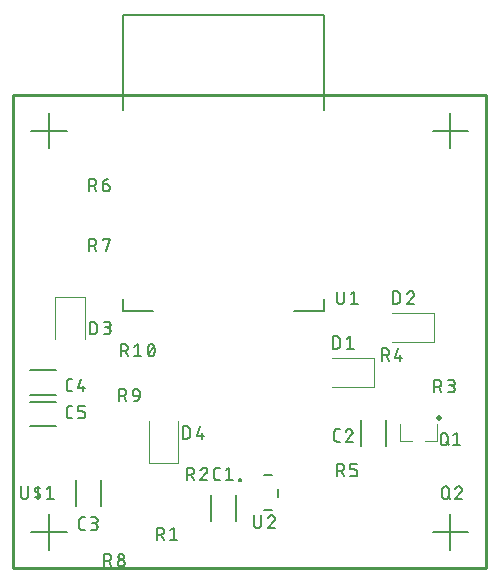
<source format=gbr>
G04 EAGLE Gerber RS-274X export*
G75*
%MOMM*%
%FSLAX34Y34*%
%LPD*%
%INSilkscreen Top*%
%IPPOS*%
%AMOC8*
5,1,8,0,0,1.08239X$1,22.5*%
G01*
G04 Define Apertures*
%ADD10C,0.152400*%
%ADD11C,0.200000*%
%ADD12C,0.203200*%
%ADD13C,0.500000*%
%ADD14C,0.120000*%
%ADD15C,0.127000*%
%ADD16C,0.254000*%
D10*
X15000Y370000D02*
X45000Y370000D01*
X30000Y355000D02*
X30000Y385000D01*
X355000Y370000D02*
X385000Y370000D01*
X370000Y355000D02*
X370000Y385000D01*
X355000Y30000D02*
X385000Y30000D01*
X370000Y15000D02*
X370000Y45000D01*
X45000Y30000D02*
X15000Y30000D01*
X30000Y15000D02*
X30000Y45000D01*
D11*
X92800Y467640D02*
X262800Y467640D01*
X92800Y227640D02*
X92800Y217640D01*
X117800Y217640D01*
X237800Y217640D02*
X262800Y217640D01*
X262800Y227640D01*
X92800Y387640D02*
X92800Y467640D01*
X262800Y467640D02*
X262800Y387640D01*
D12*
X274011Y233763D02*
X274011Y226058D01*
X274013Y225951D01*
X274019Y225844D01*
X274028Y225738D01*
X274042Y225632D01*
X274059Y225526D01*
X274080Y225421D01*
X274105Y225317D01*
X274134Y225214D01*
X274166Y225112D01*
X274202Y225011D01*
X274242Y224912D01*
X274285Y224814D01*
X274332Y224718D01*
X274382Y224623D01*
X274435Y224530D01*
X274492Y224440D01*
X274552Y224351D01*
X274615Y224265D01*
X274681Y224181D01*
X274751Y224099D01*
X274823Y224020D01*
X274898Y223944D01*
X274976Y223870D01*
X275056Y223800D01*
X275139Y223732D01*
X275224Y223667D01*
X275311Y223606D01*
X275401Y223547D01*
X275493Y223492D01*
X275586Y223440D01*
X275682Y223392D01*
X275779Y223347D01*
X275877Y223305D01*
X275977Y223268D01*
X276079Y223233D01*
X276181Y223203D01*
X276285Y223176D01*
X276389Y223153D01*
X276495Y223134D01*
X276601Y223119D01*
X276707Y223107D01*
X276814Y223099D01*
X276921Y223095D01*
X277027Y223095D01*
X277134Y223099D01*
X277241Y223107D01*
X277347Y223119D01*
X277453Y223134D01*
X277559Y223153D01*
X277663Y223176D01*
X277767Y223203D01*
X277869Y223233D01*
X277971Y223268D01*
X278071Y223305D01*
X278169Y223347D01*
X278266Y223392D01*
X278362Y223440D01*
X278456Y223492D01*
X278547Y223547D01*
X278637Y223606D01*
X278724Y223667D01*
X278809Y223732D01*
X278892Y223800D01*
X278972Y223870D01*
X279050Y223944D01*
X279125Y224020D01*
X279197Y224099D01*
X279267Y224181D01*
X279333Y224265D01*
X279396Y224351D01*
X279456Y224440D01*
X279513Y224530D01*
X279566Y224623D01*
X279616Y224718D01*
X279663Y224814D01*
X279706Y224912D01*
X279746Y225011D01*
X279782Y225112D01*
X279814Y225214D01*
X279843Y225317D01*
X279868Y225421D01*
X279889Y225526D01*
X279906Y225632D01*
X279920Y225738D01*
X279929Y225844D01*
X279935Y225951D01*
X279937Y226058D01*
X279937Y233763D01*
X285822Y231392D02*
X288785Y233763D01*
X288785Y223095D01*
X285822Y223095D02*
X291748Y223095D01*
D13*
X360564Y126340D03*
D14*
X358664Y121300D02*
X358664Y107300D01*
X348564Y107300D01*
X327136Y107300D02*
X327136Y121300D01*
X327136Y107300D02*
X337236Y107300D01*
D12*
X361632Y106693D02*
X361632Y111435D01*
X361634Y111542D01*
X361640Y111649D01*
X361649Y111755D01*
X361663Y111861D01*
X361680Y111967D01*
X361701Y112072D01*
X361726Y112176D01*
X361755Y112279D01*
X361787Y112381D01*
X361823Y112482D01*
X361863Y112581D01*
X361906Y112679D01*
X361953Y112775D01*
X362003Y112870D01*
X362056Y112963D01*
X362113Y113053D01*
X362173Y113142D01*
X362236Y113228D01*
X362302Y113312D01*
X362372Y113394D01*
X362444Y113473D01*
X362519Y113549D01*
X362597Y113623D01*
X362677Y113693D01*
X362760Y113761D01*
X362845Y113826D01*
X362932Y113887D01*
X363022Y113946D01*
X363114Y114001D01*
X363207Y114053D01*
X363303Y114101D01*
X363400Y114146D01*
X363498Y114188D01*
X363598Y114225D01*
X363700Y114260D01*
X363802Y114290D01*
X363906Y114317D01*
X364010Y114340D01*
X364116Y114359D01*
X364222Y114374D01*
X364328Y114386D01*
X364435Y114394D01*
X364542Y114398D01*
X364648Y114398D01*
X364755Y114394D01*
X364862Y114386D01*
X364968Y114374D01*
X365074Y114359D01*
X365180Y114340D01*
X365284Y114317D01*
X365388Y114290D01*
X365490Y114260D01*
X365592Y114225D01*
X365692Y114188D01*
X365790Y114146D01*
X365887Y114101D01*
X365983Y114053D01*
X366077Y114001D01*
X366168Y113946D01*
X366258Y113887D01*
X366345Y113826D01*
X366430Y113761D01*
X366513Y113693D01*
X366593Y113623D01*
X366671Y113549D01*
X366746Y113473D01*
X366818Y113394D01*
X366888Y113312D01*
X366954Y113228D01*
X367017Y113142D01*
X367077Y113053D01*
X367134Y112963D01*
X367187Y112870D01*
X367237Y112775D01*
X367284Y112679D01*
X367327Y112581D01*
X367367Y112482D01*
X367403Y112381D01*
X367435Y112279D01*
X367464Y112176D01*
X367489Y112072D01*
X367510Y111967D01*
X367527Y111861D01*
X367541Y111755D01*
X367550Y111649D01*
X367556Y111542D01*
X367558Y111435D01*
X367558Y106693D01*
X367556Y106586D01*
X367550Y106479D01*
X367541Y106373D01*
X367527Y106267D01*
X367510Y106161D01*
X367489Y106056D01*
X367464Y105952D01*
X367435Y105849D01*
X367403Y105747D01*
X367367Y105646D01*
X367327Y105547D01*
X367284Y105449D01*
X367237Y105353D01*
X367187Y105258D01*
X367134Y105165D01*
X367077Y105075D01*
X367017Y104986D01*
X366954Y104900D01*
X366888Y104816D01*
X366818Y104734D01*
X366746Y104655D01*
X366671Y104579D01*
X366593Y104505D01*
X366513Y104435D01*
X366430Y104367D01*
X366345Y104302D01*
X366258Y104241D01*
X366168Y104182D01*
X366077Y104127D01*
X365983Y104075D01*
X365887Y104027D01*
X365790Y103982D01*
X365692Y103940D01*
X365592Y103903D01*
X365490Y103868D01*
X365388Y103838D01*
X365284Y103811D01*
X365180Y103788D01*
X365074Y103769D01*
X364968Y103754D01*
X364862Y103742D01*
X364755Y103734D01*
X364648Y103730D01*
X364542Y103730D01*
X364435Y103734D01*
X364328Y103742D01*
X364222Y103754D01*
X364116Y103769D01*
X364010Y103788D01*
X363906Y103811D01*
X363802Y103838D01*
X363700Y103868D01*
X363598Y103903D01*
X363498Y103940D01*
X363400Y103982D01*
X363303Y104027D01*
X363207Y104075D01*
X363114Y104127D01*
X363022Y104182D01*
X362932Y104241D01*
X362845Y104302D01*
X362760Y104367D01*
X362677Y104435D01*
X362597Y104505D01*
X362519Y104579D01*
X362444Y104655D01*
X362372Y104734D01*
X362302Y104816D01*
X362236Y104900D01*
X362173Y104986D01*
X362113Y105075D01*
X362056Y105165D01*
X362003Y105258D01*
X361953Y105353D01*
X361906Y105449D01*
X361863Y105547D01*
X361823Y105646D01*
X361787Y105747D01*
X361755Y105849D01*
X361726Y105952D01*
X361701Y106056D01*
X361680Y106161D01*
X361663Y106267D01*
X361649Y106373D01*
X361640Y106479D01*
X361634Y106586D01*
X361632Y106693D01*
X366373Y106101D02*
X368744Y103730D01*
X372442Y112027D02*
X375405Y114398D01*
X375405Y103730D01*
X372442Y103730D02*
X378369Y103730D01*
X121666Y33884D02*
X121666Y23216D01*
X121666Y33884D02*
X124629Y33884D01*
X124736Y33882D01*
X124843Y33876D01*
X124949Y33867D01*
X125055Y33853D01*
X125161Y33836D01*
X125266Y33815D01*
X125370Y33790D01*
X125473Y33761D01*
X125575Y33729D01*
X125676Y33693D01*
X125775Y33653D01*
X125873Y33610D01*
X125969Y33563D01*
X126064Y33513D01*
X126157Y33460D01*
X126247Y33403D01*
X126336Y33343D01*
X126422Y33280D01*
X126506Y33214D01*
X126588Y33144D01*
X126667Y33072D01*
X126743Y32997D01*
X126817Y32919D01*
X126887Y32839D01*
X126955Y32756D01*
X127020Y32671D01*
X127081Y32584D01*
X127140Y32494D01*
X127195Y32402D01*
X127247Y32309D01*
X127295Y32213D01*
X127340Y32116D01*
X127382Y32018D01*
X127419Y31918D01*
X127454Y31816D01*
X127484Y31714D01*
X127511Y31610D01*
X127534Y31506D01*
X127553Y31400D01*
X127568Y31294D01*
X127580Y31188D01*
X127588Y31081D01*
X127592Y30974D01*
X127592Y30868D01*
X127588Y30761D01*
X127580Y30654D01*
X127568Y30548D01*
X127553Y30442D01*
X127534Y30336D01*
X127511Y30232D01*
X127484Y30128D01*
X127454Y30026D01*
X127419Y29924D01*
X127382Y29824D01*
X127340Y29726D01*
X127295Y29629D01*
X127247Y29533D01*
X127195Y29439D01*
X127140Y29348D01*
X127081Y29258D01*
X127020Y29171D01*
X126955Y29086D01*
X126887Y29003D01*
X126817Y28923D01*
X126743Y28845D01*
X126667Y28770D01*
X126588Y28698D01*
X126506Y28628D01*
X126422Y28562D01*
X126336Y28499D01*
X126247Y28439D01*
X126157Y28382D01*
X126064Y28329D01*
X125969Y28279D01*
X125873Y28232D01*
X125775Y28189D01*
X125676Y28149D01*
X125575Y28113D01*
X125473Y28081D01*
X125370Y28052D01*
X125266Y28027D01*
X125161Y28006D01*
X125055Y27989D01*
X124949Y27975D01*
X124843Y27966D01*
X124736Y27960D01*
X124629Y27958D01*
X124629Y27957D02*
X121666Y27957D01*
X125222Y27957D02*
X127593Y23216D01*
X132986Y31513D02*
X135949Y33884D01*
X135949Y23216D01*
X132986Y23216D02*
X138912Y23216D01*
D15*
X188267Y39800D02*
X188267Y61800D01*
X167333Y61800D02*
X167333Y39800D01*
D12*
X172420Y74016D02*
X174791Y74016D01*
X172420Y74016D02*
X172325Y74018D01*
X172229Y74024D01*
X172134Y74033D01*
X172040Y74047D01*
X171946Y74064D01*
X171853Y74085D01*
X171760Y74110D01*
X171669Y74138D01*
X171579Y74170D01*
X171491Y74206D01*
X171404Y74245D01*
X171318Y74288D01*
X171235Y74334D01*
X171153Y74383D01*
X171073Y74436D01*
X170996Y74492D01*
X170920Y74550D01*
X170848Y74612D01*
X170778Y74677D01*
X170710Y74745D01*
X170645Y74815D01*
X170583Y74887D01*
X170525Y74963D01*
X170469Y75040D01*
X170416Y75120D01*
X170367Y75202D01*
X170321Y75285D01*
X170278Y75371D01*
X170239Y75458D01*
X170203Y75546D01*
X170171Y75636D01*
X170143Y75727D01*
X170118Y75820D01*
X170097Y75913D01*
X170080Y76007D01*
X170066Y76101D01*
X170057Y76196D01*
X170051Y76292D01*
X170049Y76387D01*
X170049Y82313D01*
X170051Y82408D01*
X170057Y82504D01*
X170066Y82599D01*
X170080Y82693D01*
X170097Y82787D01*
X170118Y82880D01*
X170143Y82973D01*
X170171Y83064D01*
X170203Y83154D01*
X170239Y83242D01*
X170278Y83329D01*
X170321Y83415D01*
X170367Y83498D01*
X170416Y83580D01*
X170469Y83660D01*
X170525Y83737D01*
X170583Y83813D01*
X170645Y83885D01*
X170710Y83955D01*
X170778Y84023D01*
X170848Y84088D01*
X170920Y84150D01*
X170996Y84208D01*
X171073Y84264D01*
X171153Y84317D01*
X171234Y84366D01*
X171318Y84412D01*
X171404Y84455D01*
X171491Y84494D01*
X171579Y84530D01*
X171669Y84562D01*
X171760Y84590D01*
X171853Y84615D01*
X171946Y84636D01*
X172040Y84653D01*
X172134Y84667D01*
X172229Y84676D01*
X172324Y84682D01*
X172420Y84684D01*
X174791Y84684D01*
X179624Y82313D02*
X182587Y84684D01*
X182587Y74016D01*
X179624Y74016D02*
X185551Y74016D01*
X362966Y65871D02*
X362966Y61129D01*
X362966Y65871D02*
X362968Y65978D01*
X362974Y66085D01*
X362983Y66191D01*
X362997Y66297D01*
X363014Y66403D01*
X363035Y66508D01*
X363060Y66612D01*
X363089Y66715D01*
X363121Y66817D01*
X363157Y66918D01*
X363197Y67017D01*
X363240Y67115D01*
X363287Y67211D01*
X363337Y67306D01*
X363390Y67399D01*
X363447Y67489D01*
X363507Y67578D01*
X363570Y67664D01*
X363636Y67748D01*
X363706Y67830D01*
X363778Y67909D01*
X363853Y67985D01*
X363931Y68059D01*
X364011Y68129D01*
X364094Y68197D01*
X364179Y68262D01*
X364266Y68323D01*
X364356Y68382D01*
X364448Y68437D01*
X364541Y68489D01*
X364637Y68537D01*
X364734Y68582D01*
X364832Y68624D01*
X364932Y68661D01*
X365034Y68696D01*
X365136Y68726D01*
X365240Y68753D01*
X365344Y68776D01*
X365450Y68795D01*
X365556Y68810D01*
X365662Y68822D01*
X365769Y68830D01*
X365876Y68834D01*
X365982Y68834D01*
X366089Y68830D01*
X366196Y68822D01*
X366302Y68810D01*
X366408Y68795D01*
X366514Y68776D01*
X366618Y68753D01*
X366722Y68726D01*
X366824Y68696D01*
X366926Y68661D01*
X367026Y68624D01*
X367124Y68582D01*
X367221Y68537D01*
X367317Y68489D01*
X367411Y68437D01*
X367502Y68382D01*
X367592Y68323D01*
X367679Y68262D01*
X367764Y68197D01*
X367847Y68129D01*
X367927Y68059D01*
X368005Y67985D01*
X368080Y67909D01*
X368152Y67830D01*
X368222Y67748D01*
X368288Y67664D01*
X368351Y67578D01*
X368411Y67489D01*
X368468Y67399D01*
X368521Y67306D01*
X368571Y67211D01*
X368618Y67115D01*
X368661Y67017D01*
X368701Y66918D01*
X368737Y66817D01*
X368769Y66715D01*
X368798Y66612D01*
X368823Y66508D01*
X368844Y66403D01*
X368861Y66297D01*
X368875Y66191D01*
X368884Y66085D01*
X368890Y65978D01*
X368892Y65871D01*
X368893Y65871D02*
X368893Y61129D01*
X368892Y61129D02*
X368890Y61022D01*
X368884Y60915D01*
X368875Y60809D01*
X368861Y60703D01*
X368844Y60597D01*
X368823Y60492D01*
X368798Y60388D01*
X368769Y60285D01*
X368737Y60183D01*
X368701Y60082D01*
X368661Y59983D01*
X368618Y59885D01*
X368571Y59789D01*
X368521Y59694D01*
X368468Y59601D01*
X368411Y59511D01*
X368351Y59422D01*
X368288Y59336D01*
X368222Y59252D01*
X368152Y59170D01*
X368080Y59091D01*
X368005Y59015D01*
X367927Y58941D01*
X367847Y58871D01*
X367764Y58803D01*
X367679Y58738D01*
X367592Y58677D01*
X367502Y58618D01*
X367411Y58563D01*
X367317Y58511D01*
X367221Y58463D01*
X367124Y58418D01*
X367026Y58376D01*
X366926Y58339D01*
X366824Y58304D01*
X366722Y58274D01*
X366618Y58247D01*
X366514Y58224D01*
X366408Y58205D01*
X366302Y58190D01*
X366196Y58178D01*
X366089Y58170D01*
X365982Y58166D01*
X365876Y58166D01*
X365769Y58170D01*
X365662Y58178D01*
X365556Y58190D01*
X365450Y58205D01*
X365344Y58224D01*
X365240Y58247D01*
X365136Y58274D01*
X365034Y58304D01*
X364932Y58339D01*
X364832Y58376D01*
X364734Y58418D01*
X364637Y58463D01*
X364541Y58511D01*
X364448Y58563D01*
X364356Y58618D01*
X364266Y58677D01*
X364179Y58738D01*
X364094Y58803D01*
X364011Y58871D01*
X363931Y58941D01*
X363853Y59015D01*
X363778Y59091D01*
X363706Y59170D01*
X363636Y59252D01*
X363570Y59336D01*
X363507Y59422D01*
X363447Y59511D01*
X363390Y59601D01*
X363337Y59694D01*
X363287Y59789D01*
X363240Y59885D01*
X363197Y59983D01*
X363157Y60082D01*
X363121Y60183D01*
X363089Y60285D01*
X363060Y60388D01*
X363035Y60492D01*
X363014Y60597D01*
X362997Y60703D01*
X362983Y60809D01*
X362974Y60915D01*
X362968Y61022D01*
X362966Y61129D01*
X367707Y60537D02*
X370078Y58166D01*
X379703Y66167D02*
X379701Y66269D01*
X379695Y66371D01*
X379685Y66473D01*
X379672Y66574D01*
X379654Y66675D01*
X379633Y66775D01*
X379608Y66874D01*
X379579Y66972D01*
X379546Y67068D01*
X379510Y67164D01*
X379470Y67258D01*
X379426Y67350D01*
X379379Y67441D01*
X379328Y67530D01*
X379275Y67617D01*
X379217Y67701D01*
X379157Y67784D01*
X379094Y67864D01*
X379027Y67941D01*
X378958Y68016D01*
X378885Y68089D01*
X378810Y68158D01*
X378733Y68225D01*
X378653Y68288D01*
X378570Y68348D01*
X378486Y68406D01*
X378399Y68459D01*
X378310Y68510D01*
X378219Y68557D01*
X378127Y68601D01*
X378033Y68641D01*
X377937Y68677D01*
X377841Y68710D01*
X377743Y68739D01*
X377644Y68764D01*
X377544Y68785D01*
X377443Y68803D01*
X377342Y68816D01*
X377240Y68826D01*
X377138Y68832D01*
X377036Y68834D01*
X376920Y68832D01*
X376803Y68826D01*
X376687Y68816D01*
X376572Y68802D01*
X376457Y68785D01*
X376342Y68763D01*
X376229Y68737D01*
X376116Y68708D01*
X376004Y68675D01*
X375894Y68638D01*
X375785Y68597D01*
X375677Y68553D01*
X375571Y68505D01*
X375467Y68453D01*
X375364Y68398D01*
X375263Y68340D01*
X375165Y68278D01*
X375068Y68213D01*
X374974Y68144D01*
X374882Y68072D01*
X374793Y67998D01*
X374706Y67920D01*
X374622Y67839D01*
X374541Y67756D01*
X374463Y67670D01*
X374387Y67581D01*
X374315Y67490D01*
X374246Y67396D01*
X374180Y67300D01*
X374117Y67202D01*
X374058Y67102D01*
X374002Y67000D01*
X373950Y66896D01*
X373901Y66790D01*
X373856Y66683D01*
X373814Y66574D01*
X373777Y66464D01*
X378815Y64092D02*
X378890Y64166D01*
X378962Y64243D01*
X379031Y64323D01*
X379098Y64405D01*
X379161Y64489D01*
X379221Y64576D01*
X379278Y64664D01*
X379332Y64755D01*
X379382Y64848D01*
X379429Y64942D01*
X379472Y65038D01*
X379512Y65136D01*
X379548Y65235D01*
X379581Y65335D01*
X379609Y65437D01*
X379634Y65539D01*
X379656Y65643D01*
X379673Y65747D01*
X379687Y65851D01*
X379696Y65956D01*
X379702Y66062D01*
X379704Y66167D01*
X378814Y64093D02*
X373776Y58166D01*
X379703Y58166D01*
D11*
X190800Y74000D02*
X190802Y74063D01*
X190808Y74125D01*
X190818Y74187D01*
X190831Y74249D01*
X190849Y74309D01*
X190870Y74368D01*
X190895Y74426D01*
X190924Y74482D01*
X190956Y74536D01*
X190991Y74588D01*
X191029Y74637D01*
X191071Y74685D01*
X191115Y74729D01*
X191163Y74771D01*
X191212Y74809D01*
X191264Y74844D01*
X191318Y74876D01*
X191374Y74905D01*
X191432Y74930D01*
X191491Y74951D01*
X191551Y74969D01*
X191613Y74982D01*
X191675Y74992D01*
X191737Y74998D01*
X191800Y75000D01*
X191863Y74998D01*
X191925Y74992D01*
X191987Y74982D01*
X192049Y74969D01*
X192109Y74951D01*
X192168Y74930D01*
X192226Y74905D01*
X192282Y74876D01*
X192336Y74844D01*
X192388Y74809D01*
X192437Y74771D01*
X192485Y74729D01*
X192529Y74685D01*
X192571Y74637D01*
X192609Y74588D01*
X192644Y74536D01*
X192676Y74482D01*
X192705Y74426D01*
X192730Y74368D01*
X192751Y74309D01*
X192769Y74249D01*
X192782Y74187D01*
X192792Y74125D01*
X192798Y74063D01*
X192800Y74000D01*
X192798Y73937D01*
X192792Y73875D01*
X192782Y73813D01*
X192769Y73751D01*
X192751Y73691D01*
X192730Y73632D01*
X192705Y73574D01*
X192676Y73518D01*
X192644Y73464D01*
X192609Y73412D01*
X192571Y73363D01*
X192529Y73315D01*
X192485Y73271D01*
X192437Y73229D01*
X192388Y73191D01*
X192336Y73156D01*
X192282Y73124D01*
X192226Y73095D01*
X192168Y73070D01*
X192109Y73049D01*
X192049Y73031D01*
X191987Y73018D01*
X191925Y73008D01*
X191863Y73002D01*
X191800Y73000D01*
X191737Y73002D01*
X191675Y73008D01*
X191613Y73018D01*
X191551Y73031D01*
X191491Y73049D01*
X191432Y73070D01*
X191374Y73095D01*
X191318Y73124D01*
X191264Y73156D01*
X191212Y73191D01*
X191163Y73229D01*
X191115Y73271D01*
X191071Y73315D01*
X191029Y73363D01*
X190991Y73412D01*
X190956Y73464D01*
X190924Y73518D01*
X190895Y73574D01*
X190870Y73632D01*
X190849Y73691D01*
X190831Y73751D01*
X190818Y73813D01*
X190808Y73875D01*
X190802Y73937D01*
X190800Y74000D01*
D15*
X212600Y78000D02*
X219200Y78000D01*
X223900Y66850D02*
X223900Y60150D01*
X219200Y49000D02*
X212600Y49000D01*
D12*
X203616Y44384D02*
X203616Y36679D01*
X203618Y36572D01*
X203624Y36465D01*
X203633Y36359D01*
X203647Y36253D01*
X203664Y36147D01*
X203685Y36042D01*
X203710Y35938D01*
X203739Y35835D01*
X203771Y35733D01*
X203807Y35632D01*
X203847Y35533D01*
X203890Y35435D01*
X203937Y35339D01*
X203987Y35244D01*
X204040Y35151D01*
X204097Y35061D01*
X204157Y34972D01*
X204220Y34886D01*
X204286Y34802D01*
X204356Y34720D01*
X204428Y34641D01*
X204503Y34565D01*
X204581Y34491D01*
X204661Y34421D01*
X204744Y34353D01*
X204829Y34288D01*
X204916Y34227D01*
X205006Y34168D01*
X205098Y34113D01*
X205191Y34061D01*
X205287Y34013D01*
X205384Y33968D01*
X205482Y33926D01*
X205582Y33889D01*
X205684Y33854D01*
X205786Y33824D01*
X205890Y33797D01*
X205994Y33774D01*
X206100Y33755D01*
X206206Y33740D01*
X206312Y33728D01*
X206419Y33720D01*
X206526Y33716D01*
X206632Y33716D01*
X206739Y33720D01*
X206846Y33728D01*
X206952Y33740D01*
X207058Y33755D01*
X207164Y33774D01*
X207268Y33797D01*
X207372Y33824D01*
X207474Y33854D01*
X207576Y33889D01*
X207676Y33926D01*
X207774Y33968D01*
X207871Y34013D01*
X207967Y34061D01*
X208060Y34113D01*
X208152Y34168D01*
X208242Y34227D01*
X208329Y34288D01*
X208414Y34353D01*
X208497Y34421D01*
X208577Y34491D01*
X208655Y34565D01*
X208730Y34641D01*
X208802Y34720D01*
X208872Y34802D01*
X208938Y34886D01*
X209001Y34972D01*
X209061Y35061D01*
X209118Y35151D01*
X209171Y35244D01*
X209221Y35339D01*
X209268Y35435D01*
X209311Y35533D01*
X209351Y35632D01*
X209387Y35733D01*
X209419Y35835D01*
X209448Y35938D01*
X209473Y36042D01*
X209494Y36147D01*
X209511Y36253D01*
X209525Y36359D01*
X209534Y36465D01*
X209540Y36572D01*
X209542Y36679D01*
X209543Y36679D02*
X209543Y44384D01*
X218687Y44384D02*
X218789Y44382D01*
X218891Y44376D01*
X218993Y44366D01*
X219094Y44353D01*
X219195Y44335D01*
X219295Y44314D01*
X219394Y44289D01*
X219492Y44260D01*
X219588Y44227D01*
X219684Y44191D01*
X219778Y44151D01*
X219870Y44107D01*
X219961Y44060D01*
X220050Y44009D01*
X220137Y43956D01*
X220221Y43898D01*
X220304Y43838D01*
X220384Y43775D01*
X220461Y43708D01*
X220536Y43639D01*
X220609Y43566D01*
X220678Y43491D01*
X220745Y43414D01*
X220808Y43334D01*
X220868Y43251D01*
X220926Y43167D01*
X220979Y43080D01*
X221030Y42991D01*
X221077Y42900D01*
X221121Y42808D01*
X221161Y42714D01*
X221197Y42618D01*
X221230Y42522D01*
X221259Y42424D01*
X221284Y42325D01*
X221305Y42225D01*
X221323Y42124D01*
X221336Y42023D01*
X221346Y41921D01*
X221352Y41819D01*
X221354Y41717D01*
X218687Y44384D02*
X218571Y44382D01*
X218454Y44376D01*
X218338Y44366D01*
X218223Y44352D01*
X218108Y44335D01*
X217993Y44313D01*
X217880Y44287D01*
X217767Y44258D01*
X217655Y44225D01*
X217545Y44188D01*
X217436Y44147D01*
X217328Y44103D01*
X217222Y44055D01*
X217118Y44003D01*
X217015Y43948D01*
X216914Y43890D01*
X216816Y43828D01*
X216719Y43763D01*
X216625Y43694D01*
X216533Y43622D01*
X216444Y43548D01*
X216357Y43470D01*
X216273Y43389D01*
X216192Y43306D01*
X216114Y43220D01*
X216038Y43131D01*
X215966Y43040D01*
X215897Y42946D01*
X215831Y42850D01*
X215768Y42752D01*
X215709Y42652D01*
X215653Y42550D01*
X215601Y42446D01*
X215552Y42340D01*
X215507Y42233D01*
X215465Y42124D01*
X215428Y42014D01*
X220465Y39642D02*
X220540Y39716D01*
X220612Y39793D01*
X220681Y39873D01*
X220748Y39955D01*
X220811Y40039D01*
X220871Y40126D01*
X220928Y40214D01*
X220982Y40305D01*
X221032Y40398D01*
X221079Y40492D01*
X221122Y40588D01*
X221162Y40686D01*
X221198Y40785D01*
X221231Y40885D01*
X221259Y40987D01*
X221284Y41089D01*
X221306Y41193D01*
X221323Y41297D01*
X221337Y41401D01*
X221346Y41506D01*
X221352Y41612D01*
X221354Y41717D01*
X220465Y39643D02*
X215427Y33716D01*
X221354Y33716D01*
X147066Y74016D02*
X147066Y84684D01*
X150029Y84684D01*
X150136Y84682D01*
X150243Y84676D01*
X150349Y84667D01*
X150455Y84653D01*
X150561Y84636D01*
X150666Y84615D01*
X150770Y84590D01*
X150873Y84561D01*
X150975Y84529D01*
X151076Y84493D01*
X151175Y84453D01*
X151273Y84410D01*
X151369Y84363D01*
X151464Y84313D01*
X151557Y84260D01*
X151647Y84203D01*
X151736Y84143D01*
X151822Y84080D01*
X151906Y84014D01*
X151988Y83944D01*
X152067Y83872D01*
X152143Y83797D01*
X152217Y83719D01*
X152287Y83639D01*
X152355Y83556D01*
X152420Y83471D01*
X152481Y83384D01*
X152540Y83294D01*
X152595Y83202D01*
X152647Y83109D01*
X152695Y83013D01*
X152740Y82916D01*
X152782Y82818D01*
X152819Y82718D01*
X152854Y82616D01*
X152884Y82514D01*
X152911Y82410D01*
X152934Y82306D01*
X152953Y82200D01*
X152968Y82094D01*
X152980Y81988D01*
X152988Y81881D01*
X152992Y81774D01*
X152992Y81668D01*
X152988Y81561D01*
X152980Y81454D01*
X152968Y81348D01*
X152953Y81242D01*
X152934Y81136D01*
X152911Y81032D01*
X152884Y80928D01*
X152854Y80826D01*
X152819Y80724D01*
X152782Y80624D01*
X152740Y80526D01*
X152695Y80429D01*
X152647Y80333D01*
X152595Y80239D01*
X152540Y80148D01*
X152481Y80058D01*
X152420Y79971D01*
X152355Y79886D01*
X152287Y79803D01*
X152217Y79723D01*
X152143Y79645D01*
X152067Y79570D01*
X151988Y79498D01*
X151906Y79428D01*
X151822Y79362D01*
X151736Y79299D01*
X151647Y79239D01*
X151557Y79182D01*
X151464Y79129D01*
X151369Y79079D01*
X151273Y79032D01*
X151175Y78989D01*
X151076Y78949D01*
X150975Y78913D01*
X150873Y78881D01*
X150770Y78852D01*
X150666Y78827D01*
X150561Y78806D01*
X150455Y78789D01*
X150349Y78775D01*
X150243Y78766D01*
X150136Y78760D01*
X150029Y78758D01*
X150029Y78757D02*
X147066Y78757D01*
X150622Y78757D02*
X152993Y74016D01*
X161645Y84684D02*
X161747Y84682D01*
X161849Y84676D01*
X161951Y84666D01*
X162052Y84653D01*
X162153Y84635D01*
X162253Y84614D01*
X162352Y84589D01*
X162450Y84560D01*
X162546Y84527D01*
X162642Y84491D01*
X162736Y84451D01*
X162828Y84407D01*
X162919Y84360D01*
X163008Y84309D01*
X163095Y84256D01*
X163179Y84198D01*
X163262Y84138D01*
X163342Y84075D01*
X163419Y84008D01*
X163494Y83939D01*
X163567Y83866D01*
X163636Y83791D01*
X163703Y83714D01*
X163766Y83634D01*
X163826Y83551D01*
X163884Y83467D01*
X163937Y83380D01*
X163988Y83291D01*
X164035Y83200D01*
X164079Y83108D01*
X164119Y83014D01*
X164155Y82918D01*
X164188Y82822D01*
X164217Y82724D01*
X164242Y82625D01*
X164263Y82525D01*
X164281Y82424D01*
X164294Y82323D01*
X164304Y82221D01*
X164310Y82119D01*
X164312Y82017D01*
X161645Y84684D02*
X161529Y84682D01*
X161412Y84676D01*
X161296Y84666D01*
X161181Y84652D01*
X161066Y84635D01*
X160951Y84613D01*
X160838Y84587D01*
X160725Y84558D01*
X160613Y84525D01*
X160503Y84488D01*
X160394Y84447D01*
X160286Y84403D01*
X160180Y84355D01*
X160076Y84303D01*
X159973Y84248D01*
X159872Y84190D01*
X159774Y84128D01*
X159677Y84063D01*
X159583Y83994D01*
X159491Y83922D01*
X159402Y83848D01*
X159315Y83770D01*
X159231Y83689D01*
X159150Y83606D01*
X159072Y83520D01*
X158996Y83431D01*
X158924Y83340D01*
X158855Y83246D01*
X158789Y83150D01*
X158726Y83052D01*
X158667Y82952D01*
X158611Y82850D01*
X158559Y82746D01*
X158510Y82640D01*
X158465Y82533D01*
X158423Y82424D01*
X158386Y82314D01*
X163424Y79942D02*
X163499Y80016D01*
X163571Y80093D01*
X163640Y80173D01*
X163707Y80255D01*
X163770Y80339D01*
X163830Y80426D01*
X163887Y80514D01*
X163941Y80605D01*
X163991Y80698D01*
X164038Y80792D01*
X164081Y80888D01*
X164121Y80986D01*
X164157Y81085D01*
X164190Y81185D01*
X164218Y81287D01*
X164243Y81389D01*
X164265Y81493D01*
X164282Y81597D01*
X164296Y81701D01*
X164305Y81806D01*
X164311Y81912D01*
X164313Y82017D01*
X163423Y79943D02*
X158386Y74016D01*
X164312Y74016D01*
X356388Y148316D02*
X356388Y158984D01*
X359351Y158984D01*
X359458Y158982D01*
X359565Y158976D01*
X359671Y158967D01*
X359777Y158953D01*
X359883Y158936D01*
X359988Y158915D01*
X360092Y158890D01*
X360195Y158861D01*
X360297Y158829D01*
X360398Y158793D01*
X360497Y158753D01*
X360595Y158710D01*
X360691Y158663D01*
X360786Y158613D01*
X360879Y158560D01*
X360969Y158503D01*
X361058Y158443D01*
X361144Y158380D01*
X361228Y158314D01*
X361310Y158244D01*
X361389Y158172D01*
X361465Y158097D01*
X361539Y158019D01*
X361609Y157939D01*
X361677Y157856D01*
X361742Y157771D01*
X361803Y157684D01*
X361862Y157594D01*
X361917Y157502D01*
X361969Y157409D01*
X362017Y157313D01*
X362062Y157216D01*
X362104Y157118D01*
X362141Y157018D01*
X362176Y156916D01*
X362206Y156814D01*
X362233Y156710D01*
X362256Y156606D01*
X362275Y156500D01*
X362290Y156394D01*
X362302Y156288D01*
X362310Y156181D01*
X362314Y156074D01*
X362314Y155968D01*
X362310Y155861D01*
X362302Y155754D01*
X362290Y155648D01*
X362275Y155542D01*
X362256Y155436D01*
X362233Y155332D01*
X362206Y155228D01*
X362176Y155126D01*
X362141Y155024D01*
X362104Y154924D01*
X362062Y154826D01*
X362017Y154729D01*
X361969Y154633D01*
X361917Y154540D01*
X361862Y154448D01*
X361803Y154358D01*
X361742Y154271D01*
X361677Y154186D01*
X361609Y154103D01*
X361539Y154023D01*
X361465Y153945D01*
X361389Y153870D01*
X361310Y153798D01*
X361228Y153728D01*
X361144Y153662D01*
X361058Y153599D01*
X360969Y153539D01*
X360879Y153482D01*
X360786Y153429D01*
X360691Y153379D01*
X360595Y153332D01*
X360497Y153289D01*
X360398Y153249D01*
X360297Y153213D01*
X360195Y153181D01*
X360092Y153152D01*
X359988Y153127D01*
X359883Y153106D01*
X359777Y153089D01*
X359671Y153075D01*
X359565Y153066D01*
X359458Y153060D01*
X359351Y153058D01*
X359351Y153057D02*
X356388Y153057D01*
X359944Y153057D02*
X362314Y148316D01*
X367707Y148316D02*
X370671Y148316D01*
X370778Y148318D01*
X370885Y148324D01*
X370991Y148333D01*
X371097Y148347D01*
X371203Y148364D01*
X371308Y148385D01*
X371412Y148410D01*
X371515Y148439D01*
X371617Y148471D01*
X371718Y148507D01*
X371817Y148547D01*
X371915Y148590D01*
X372011Y148637D01*
X372106Y148687D01*
X372199Y148740D01*
X372289Y148797D01*
X372378Y148857D01*
X372464Y148920D01*
X372548Y148986D01*
X372630Y149056D01*
X372709Y149128D01*
X372785Y149203D01*
X372859Y149281D01*
X372929Y149361D01*
X372997Y149444D01*
X373062Y149529D01*
X373123Y149616D01*
X373182Y149706D01*
X373237Y149798D01*
X373289Y149891D01*
X373337Y149987D01*
X373382Y150084D01*
X373424Y150182D01*
X373461Y150282D01*
X373496Y150384D01*
X373526Y150486D01*
X373553Y150590D01*
X373576Y150694D01*
X373595Y150800D01*
X373610Y150906D01*
X373622Y151012D01*
X373630Y151119D01*
X373634Y151226D01*
X373634Y151332D01*
X373630Y151439D01*
X373622Y151546D01*
X373610Y151652D01*
X373595Y151758D01*
X373576Y151864D01*
X373553Y151968D01*
X373526Y152072D01*
X373496Y152174D01*
X373461Y152276D01*
X373424Y152376D01*
X373382Y152474D01*
X373337Y152571D01*
X373289Y152667D01*
X373237Y152760D01*
X373182Y152852D01*
X373123Y152942D01*
X373062Y153029D01*
X372997Y153114D01*
X372929Y153197D01*
X372859Y153277D01*
X372785Y153355D01*
X372709Y153430D01*
X372630Y153502D01*
X372548Y153572D01*
X372464Y153638D01*
X372378Y153701D01*
X372289Y153761D01*
X372199Y153818D01*
X372106Y153871D01*
X372011Y153921D01*
X371915Y153968D01*
X371817Y154011D01*
X371718Y154051D01*
X371617Y154087D01*
X371515Y154119D01*
X371412Y154148D01*
X371308Y154173D01*
X371203Y154194D01*
X371097Y154211D01*
X370991Y154225D01*
X370885Y154234D01*
X370778Y154240D01*
X370671Y154242D01*
X371263Y158984D02*
X367707Y158984D01*
X371263Y158984D02*
X371360Y158982D01*
X371456Y158976D01*
X371552Y158966D01*
X371648Y158952D01*
X371743Y158935D01*
X371838Y158913D01*
X371931Y158888D01*
X372023Y158859D01*
X372114Y158826D01*
X372204Y158789D01*
X372292Y158749D01*
X372378Y158705D01*
X372462Y158658D01*
X372545Y158608D01*
X372625Y158554D01*
X372703Y158496D01*
X372779Y158436D01*
X372852Y158373D01*
X372922Y158307D01*
X372990Y158237D01*
X373055Y158166D01*
X373117Y158091D01*
X373175Y158014D01*
X373231Y157935D01*
X373283Y157854D01*
X373332Y157770D01*
X373378Y157685D01*
X373420Y157598D01*
X373458Y157509D01*
X373493Y157419D01*
X373524Y157327D01*
X373551Y157234D01*
X373575Y157141D01*
X373594Y157046D01*
X373610Y156950D01*
X373622Y156854D01*
X373630Y156758D01*
X373634Y156661D01*
X373634Y156565D01*
X373630Y156468D01*
X373622Y156372D01*
X373610Y156276D01*
X373594Y156180D01*
X373575Y156085D01*
X373551Y155992D01*
X373524Y155899D01*
X373493Y155807D01*
X373458Y155717D01*
X373420Y155628D01*
X373378Y155541D01*
X373332Y155456D01*
X373283Y155372D01*
X373231Y155291D01*
X373175Y155212D01*
X373117Y155135D01*
X373055Y155060D01*
X372990Y154989D01*
X372922Y154919D01*
X372852Y154853D01*
X372779Y154790D01*
X372703Y154730D01*
X372625Y154672D01*
X372545Y154618D01*
X372462Y154568D01*
X372378Y154521D01*
X372292Y154477D01*
X372204Y154437D01*
X372114Y154400D01*
X372023Y154367D01*
X371931Y154338D01*
X371838Y154313D01*
X371743Y154291D01*
X371648Y154274D01*
X371552Y154260D01*
X371456Y154250D01*
X371360Y154244D01*
X371263Y154242D01*
X371263Y154243D02*
X368893Y154243D01*
X312166Y175016D02*
X312166Y185684D01*
X315129Y185684D01*
X315236Y185682D01*
X315343Y185676D01*
X315449Y185667D01*
X315555Y185653D01*
X315661Y185636D01*
X315766Y185615D01*
X315870Y185590D01*
X315973Y185561D01*
X316075Y185529D01*
X316176Y185493D01*
X316275Y185453D01*
X316373Y185410D01*
X316469Y185363D01*
X316564Y185313D01*
X316657Y185260D01*
X316747Y185203D01*
X316836Y185143D01*
X316922Y185080D01*
X317006Y185014D01*
X317088Y184944D01*
X317167Y184872D01*
X317243Y184797D01*
X317317Y184719D01*
X317387Y184639D01*
X317455Y184556D01*
X317520Y184471D01*
X317581Y184384D01*
X317640Y184294D01*
X317695Y184202D01*
X317747Y184109D01*
X317795Y184013D01*
X317840Y183916D01*
X317882Y183818D01*
X317919Y183718D01*
X317954Y183616D01*
X317984Y183514D01*
X318011Y183410D01*
X318034Y183306D01*
X318053Y183200D01*
X318068Y183094D01*
X318080Y182988D01*
X318088Y182881D01*
X318092Y182774D01*
X318092Y182668D01*
X318088Y182561D01*
X318080Y182454D01*
X318068Y182348D01*
X318053Y182242D01*
X318034Y182136D01*
X318011Y182032D01*
X317984Y181928D01*
X317954Y181826D01*
X317919Y181724D01*
X317882Y181624D01*
X317840Y181526D01*
X317795Y181429D01*
X317747Y181333D01*
X317695Y181240D01*
X317640Y181148D01*
X317581Y181058D01*
X317520Y180971D01*
X317455Y180886D01*
X317387Y180803D01*
X317317Y180723D01*
X317243Y180645D01*
X317167Y180570D01*
X317088Y180498D01*
X317006Y180428D01*
X316922Y180362D01*
X316836Y180299D01*
X316747Y180239D01*
X316657Y180182D01*
X316564Y180129D01*
X316469Y180079D01*
X316373Y180032D01*
X316275Y179989D01*
X316176Y179949D01*
X316075Y179913D01*
X315973Y179881D01*
X315870Y179852D01*
X315766Y179827D01*
X315661Y179806D01*
X315555Y179789D01*
X315449Y179775D01*
X315343Y179766D01*
X315236Y179760D01*
X315129Y179758D01*
X315129Y179757D02*
X312166Y179757D01*
X315722Y179757D02*
X318093Y175016D01*
X323486Y177387D02*
X325856Y185684D01*
X323486Y177387D02*
X329412Y177387D01*
X327634Y179757D02*
X327634Y175016D01*
X274066Y87884D02*
X274066Y77216D01*
X274066Y87884D02*
X277029Y87884D01*
X277136Y87882D01*
X277243Y87876D01*
X277349Y87867D01*
X277455Y87853D01*
X277561Y87836D01*
X277666Y87815D01*
X277770Y87790D01*
X277873Y87761D01*
X277975Y87729D01*
X278076Y87693D01*
X278175Y87653D01*
X278273Y87610D01*
X278369Y87563D01*
X278464Y87513D01*
X278557Y87460D01*
X278647Y87403D01*
X278736Y87343D01*
X278822Y87280D01*
X278906Y87214D01*
X278988Y87144D01*
X279067Y87072D01*
X279143Y86997D01*
X279217Y86919D01*
X279287Y86839D01*
X279355Y86756D01*
X279420Y86671D01*
X279481Y86584D01*
X279540Y86494D01*
X279595Y86402D01*
X279647Y86309D01*
X279695Y86213D01*
X279740Y86116D01*
X279782Y86018D01*
X279819Y85918D01*
X279854Y85816D01*
X279884Y85714D01*
X279911Y85610D01*
X279934Y85506D01*
X279953Y85400D01*
X279968Y85294D01*
X279980Y85188D01*
X279988Y85081D01*
X279992Y84974D01*
X279992Y84868D01*
X279988Y84761D01*
X279980Y84654D01*
X279968Y84548D01*
X279953Y84442D01*
X279934Y84336D01*
X279911Y84232D01*
X279884Y84128D01*
X279854Y84026D01*
X279819Y83924D01*
X279782Y83824D01*
X279740Y83726D01*
X279695Y83629D01*
X279647Y83533D01*
X279595Y83439D01*
X279540Y83348D01*
X279481Y83258D01*
X279420Y83171D01*
X279355Y83086D01*
X279287Y83003D01*
X279217Y82923D01*
X279143Y82845D01*
X279067Y82770D01*
X278988Y82698D01*
X278906Y82628D01*
X278822Y82562D01*
X278736Y82499D01*
X278647Y82439D01*
X278557Y82382D01*
X278464Y82329D01*
X278369Y82279D01*
X278273Y82232D01*
X278175Y82189D01*
X278076Y82149D01*
X277975Y82113D01*
X277873Y82081D01*
X277770Y82052D01*
X277666Y82027D01*
X277561Y82006D01*
X277455Y81989D01*
X277349Y81975D01*
X277243Y81966D01*
X277136Y81960D01*
X277029Y81958D01*
X277029Y81957D02*
X274066Y81957D01*
X277622Y81957D02*
X279993Y77216D01*
X285386Y77216D02*
X288942Y77216D01*
X289037Y77218D01*
X289133Y77224D01*
X289228Y77233D01*
X289322Y77247D01*
X289416Y77264D01*
X289509Y77285D01*
X289602Y77310D01*
X289693Y77338D01*
X289783Y77370D01*
X289871Y77406D01*
X289958Y77445D01*
X290044Y77488D01*
X290128Y77534D01*
X290209Y77583D01*
X290289Y77636D01*
X290366Y77692D01*
X290442Y77750D01*
X290514Y77812D01*
X290584Y77877D01*
X290652Y77945D01*
X290717Y78015D01*
X290779Y78087D01*
X290837Y78163D01*
X290893Y78240D01*
X290946Y78320D01*
X290995Y78402D01*
X291041Y78485D01*
X291084Y78571D01*
X291123Y78658D01*
X291159Y78746D01*
X291191Y78836D01*
X291219Y78927D01*
X291244Y79020D01*
X291265Y79113D01*
X291282Y79207D01*
X291296Y79301D01*
X291305Y79396D01*
X291311Y79492D01*
X291313Y79587D01*
X291312Y79587D02*
X291312Y80772D01*
X291313Y80772D02*
X291311Y80867D01*
X291305Y80963D01*
X291296Y81058D01*
X291282Y81152D01*
X291265Y81246D01*
X291244Y81339D01*
X291219Y81432D01*
X291191Y81523D01*
X291159Y81613D01*
X291123Y81701D01*
X291084Y81788D01*
X291041Y81874D01*
X290995Y81958D01*
X290946Y82039D01*
X290893Y82119D01*
X290837Y82196D01*
X290779Y82272D01*
X290717Y82344D01*
X290652Y82414D01*
X290584Y82482D01*
X290514Y82547D01*
X290442Y82609D01*
X290366Y82667D01*
X290289Y82723D01*
X290209Y82776D01*
X290128Y82825D01*
X290044Y82871D01*
X289958Y82914D01*
X289871Y82953D01*
X289783Y82989D01*
X289693Y83021D01*
X289602Y83049D01*
X289509Y83074D01*
X289416Y83095D01*
X289322Y83112D01*
X289228Y83126D01*
X289133Y83135D01*
X289037Y83141D01*
X288942Y83143D01*
X285386Y83143D01*
X285386Y87884D01*
X291312Y87884D01*
D15*
X294333Y103300D02*
X294333Y125300D01*
X315267Y125300D02*
X315267Y103300D01*
D12*
X276391Y106733D02*
X274020Y106733D01*
X273925Y106735D01*
X273829Y106741D01*
X273734Y106750D01*
X273640Y106764D01*
X273546Y106781D01*
X273453Y106802D01*
X273360Y106827D01*
X273269Y106855D01*
X273179Y106887D01*
X273091Y106923D01*
X273004Y106962D01*
X272918Y107005D01*
X272835Y107051D01*
X272753Y107100D01*
X272673Y107153D01*
X272596Y107209D01*
X272520Y107267D01*
X272448Y107329D01*
X272378Y107394D01*
X272310Y107462D01*
X272245Y107532D01*
X272183Y107604D01*
X272125Y107680D01*
X272069Y107757D01*
X272016Y107837D01*
X271967Y107919D01*
X271921Y108002D01*
X271878Y108088D01*
X271839Y108175D01*
X271803Y108263D01*
X271771Y108353D01*
X271743Y108444D01*
X271718Y108537D01*
X271697Y108630D01*
X271680Y108724D01*
X271666Y108818D01*
X271657Y108913D01*
X271651Y109009D01*
X271649Y109104D01*
X271649Y115030D01*
X271651Y115125D01*
X271657Y115221D01*
X271666Y115316D01*
X271680Y115410D01*
X271697Y115504D01*
X271718Y115597D01*
X271743Y115690D01*
X271771Y115781D01*
X271803Y115871D01*
X271839Y115959D01*
X271878Y116046D01*
X271921Y116132D01*
X271967Y116215D01*
X272016Y116297D01*
X272069Y116377D01*
X272125Y116454D01*
X272183Y116530D01*
X272245Y116602D01*
X272310Y116672D01*
X272378Y116740D01*
X272448Y116805D01*
X272520Y116867D01*
X272596Y116925D01*
X272673Y116981D01*
X272753Y117034D01*
X272834Y117083D01*
X272918Y117129D01*
X273004Y117172D01*
X273091Y117211D01*
X273179Y117247D01*
X273269Y117279D01*
X273360Y117307D01*
X273453Y117332D01*
X273546Y117353D01*
X273640Y117370D01*
X273734Y117384D01*
X273829Y117393D01*
X273924Y117399D01*
X274020Y117401D01*
X276391Y117401D01*
X284484Y117401D02*
X284586Y117399D01*
X284688Y117393D01*
X284790Y117383D01*
X284891Y117370D01*
X284992Y117352D01*
X285092Y117331D01*
X285191Y117306D01*
X285289Y117277D01*
X285385Y117244D01*
X285481Y117208D01*
X285575Y117168D01*
X285667Y117124D01*
X285758Y117077D01*
X285847Y117026D01*
X285934Y116973D01*
X286018Y116915D01*
X286101Y116855D01*
X286181Y116792D01*
X286258Y116725D01*
X286333Y116656D01*
X286406Y116583D01*
X286475Y116508D01*
X286542Y116431D01*
X286605Y116351D01*
X286665Y116268D01*
X286723Y116184D01*
X286776Y116097D01*
X286827Y116008D01*
X286874Y115917D01*
X286918Y115825D01*
X286958Y115731D01*
X286994Y115635D01*
X287027Y115539D01*
X287056Y115441D01*
X287081Y115342D01*
X287102Y115242D01*
X287120Y115141D01*
X287133Y115040D01*
X287143Y114938D01*
X287149Y114836D01*
X287151Y114734D01*
X284484Y117401D02*
X284368Y117399D01*
X284251Y117393D01*
X284135Y117383D01*
X284020Y117369D01*
X283905Y117352D01*
X283790Y117330D01*
X283677Y117304D01*
X283564Y117275D01*
X283452Y117242D01*
X283342Y117205D01*
X283233Y117164D01*
X283125Y117120D01*
X283019Y117072D01*
X282915Y117020D01*
X282812Y116965D01*
X282711Y116907D01*
X282613Y116845D01*
X282516Y116780D01*
X282422Y116711D01*
X282330Y116639D01*
X282241Y116565D01*
X282154Y116487D01*
X282070Y116406D01*
X281989Y116323D01*
X281911Y116237D01*
X281835Y116148D01*
X281763Y116057D01*
X281694Y115963D01*
X281628Y115867D01*
X281565Y115769D01*
X281506Y115669D01*
X281450Y115567D01*
X281398Y115463D01*
X281349Y115357D01*
X281304Y115250D01*
X281262Y115141D01*
X281225Y115031D01*
X286262Y112659D02*
X286337Y112733D01*
X286409Y112810D01*
X286478Y112890D01*
X286545Y112972D01*
X286608Y113056D01*
X286668Y113143D01*
X286725Y113231D01*
X286779Y113322D01*
X286829Y113415D01*
X286876Y113509D01*
X286919Y113605D01*
X286959Y113703D01*
X286995Y113802D01*
X287028Y113902D01*
X287056Y114004D01*
X287081Y114106D01*
X287103Y114210D01*
X287120Y114314D01*
X287134Y114418D01*
X287143Y114523D01*
X287149Y114629D01*
X287151Y114734D01*
X286262Y112660D02*
X281224Y106733D01*
X287151Y106733D01*
D14*
X269570Y152710D02*
X305117Y152710D01*
X305117Y177490D01*
X269570Y177490D01*
D12*
X270531Y185476D02*
X270531Y196144D01*
X273495Y196144D01*
X273601Y196142D01*
X273706Y196136D01*
X273812Y196127D01*
X273917Y196114D01*
X274021Y196097D01*
X274125Y196076D01*
X274228Y196052D01*
X274330Y196024D01*
X274431Y195992D01*
X274530Y195957D01*
X274629Y195918D01*
X274726Y195876D01*
X274821Y195831D01*
X274915Y195782D01*
X275007Y195729D01*
X275097Y195674D01*
X275185Y195615D01*
X275271Y195553D01*
X275354Y195488D01*
X275435Y195420D01*
X275514Y195350D01*
X275590Y195276D01*
X275664Y195200D01*
X275734Y195121D01*
X275802Y195040D01*
X275867Y194957D01*
X275929Y194871D01*
X275988Y194783D01*
X276043Y194693D01*
X276096Y194601D01*
X276145Y194507D01*
X276190Y194412D01*
X276232Y194315D01*
X276271Y194216D01*
X276306Y194117D01*
X276338Y194016D01*
X276366Y193914D01*
X276390Y193811D01*
X276411Y193707D01*
X276428Y193603D01*
X276441Y193498D01*
X276450Y193392D01*
X276456Y193287D01*
X276458Y193181D01*
X276458Y188439D01*
X276456Y188333D01*
X276450Y188228D01*
X276441Y188122D01*
X276428Y188017D01*
X276411Y187913D01*
X276390Y187809D01*
X276366Y187706D01*
X276338Y187604D01*
X276306Y187503D01*
X276271Y187404D01*
X276232Y187305D01*
X276190Y187208D01*
X276145Y187113D01*
X276096Y187019D01*
X276043Y186927D01*
X275988Y186837D01*
X275929Y186749D01*
X275867Y186663D01*
X275802Y186580D01*
X275734Y186499D01*
X275664Y186420D01*
X275590Y186344D01*
X275514Y186270D01*
X275435Y186200D01*
X275354Y186132D01*
X275271Y186067D01*
X275185Y186005D01*
X275097Y185946D01*
X275007Y185891D01*
X274915Y185838D01*
X274821Y185789D01*
X274726Y185744D01*
X274629Y185702D01*
X274530Y185663D01*
X274431Y185628D01*
X274330Y185596D01*
X274228Y185568D01*
X274125Y185544D01*
X274021Y185523D01*
X273917Y185506D01*
X273812Y185493D01*
X273706Y185484D01*
X273601Y185478D01*
X273495Y185476D01*
X270531Y185476D01*
X282342Y193773D02*
X285305Y196144D01*
X285305Y185476D01*
X282342Y185476D02*
X288269Y185476D01*
D14*
X320370Y190810D02*
X355917Y190810D01*
X355917Y215590D01*
X320370Y215590D01*
D12*
X321331Y223576D02*
X321331Y234244D01*
X324295Y234244D01*
X324401Y234242D01*
X324506Y234236D01*
X324612Y234227D01*
X324717Y234214D01*
X324821Y234197D01*
X324925Y234176D01*
X325028Y234152D01*
X325130Y234124D01*
X325231Y234092D01*
X325330Y234057D01*
X325429Y234018D01*
X325526Y233976D01*
X325621Y233931D01*
X325715Y233882D01*
X325807Y233829D01*
X325897Y233774D01*
X325985Y233715D01*
X326071Y233653D01*
X326154Y233588D01*
X326235Y233520D01*
X326314Y233450D01*
X326390Y233376D01*
X326464Y233300D01*
X326534Y233221D01*
X326602Y233140D01*
X326667Y233057D01*
X326729Y232971D01*
X326788Y232883D01*
X326843Y232793D01*
X326896Y232701D01*
X326945Y232607D01*
X326990Y232512D01*
X327032Y232415D01*
X327071Y232316D01*
X327106Y232217D01*
X327138Y232116D01*
X327166Y232014D01*
X327190Y231911D01*
X327211Y231807D01*
X327228Y231703D01*
X327241Y231598D01*
X327250Y231492D01*
X327256Y231387D01*
X327258Y231281D01*
X327258Y226539D01*
X327256Y226433D01*
X327250Y226328D01*
X327241Y226222D01*
X327228Y226117D01*
X327211Y226013D01*
X327190Y225909D01*
X327166Y225806D01*
X327138Y225704D01*
X327106Y225603D01*
X327071Y225504D01*
X327032Y225405D01*
X326990Y225308D01*
X326945Y225213D01*
X326896Y225119D01*
X326843Y225027D01*
X326788Y224937D01*
X326729Y224849D01*
X326667Y224763D01*
X326602Y224680D01*
X326534Y224599D01*
X326464Y224520D01*
X326390Y224444D01*
X326314Y224370D01*
X326235Y224300D01*
X326154Y224232D01*
X326071Y224167D01*
X325985Y224105D01*
X325897Y224046D01*
X325807Y223991D01*
X325715Y223938D01*
X325621Y223889D01*
X325526Y223844D01*
X325429Y223802D01*
X325330Y223763D01*
X325231Y223728D01*
X325130Y223696D01*
X325028Y223668D01*
X324925Y223644D01*
X324821Y223623D01*
X324717Y223606D01*
X324612Y223593D01*
X324506Y223584D01*
X324401Y223578D01*
X324295Y223576D01*
X321331Y223576D01*
X336402Y234244D02*
X336504Y234242D01*
X336606Y234236D01*
X336708Y234226D01*
X336809Y234213D01*
X336910Y234195D01*
X337010Y234174D01*
X337109Y234149D01*
X337207Y234120D01*
X337303Y234087D01*
X337399Y234051D01*
X337493Y234011D01*
X337585Y233967D01*
X337676Y233920D01*
X337765Y233869D01*
X337852Y233816D01*
X337936Y233758D01*
X338019Y233698D01*
X338099Y233635D01*
X338176Y233568D01*
X338251Y233499D01*
X338324Y233426D01*
X338393Y233351D01*
X338460Y233274D01*
X338523Y233194D01*
X338583Y233111D01*
X338641Y233027D01*
X338694Y232940D01*
X338745Y232851D01*
X338792Y232760D01*
X338836Y232668D01*
X338876Y232574D01*
X338912Y232478D01*
X338945Y232382D01*
X338974Y232284D01*
X338999Y232185D01*
X339020Y232085D01*
X339038Y231984D01*
X339051Y231883D01*
X339061Y231781D01*
X339067Y231679D01*
X339069Y231577D01*
X336402Y234244D02*
X336286Y234242D01*
X336169Y234236D01*
X336053Y234226D01*
X335938Y234212D01*
X335823Y234195D01*
X335708Y234173D01*
X335595Y234147D01*
X335482Y234118D01*
X335370Y234085D01*
X335260Y234048D01*
X335151Y234007D01*
X335043Y233963D01*
X334937Y233915D01*
X334833Y233863D01*
X334730Y233808D01*
X334629Y233750D01*
X334531Y233688D01*
X334434Y233623D01*
X334340Y233554D01*
X334248Y233482D01*
X334159Y233408D01*
X334072Y233330D01*
X333988Y233249D01*
X333907Y233166D01*
X333829Y233080D01*
X333753Y232991D01*
X333681Y232900D01*
X333612Y232806D01*
X333546Y232710D01*
X333483Y232612D01*
X333424Y232512D01*
X333368Y232410D01*
X333316Y232306D01*
X333267Y232200D01*
X333222Y232093D01*
X333180Y231984D01*
X333143Y231874D01*
X338180Y229502D02*
X338255Y229576D01*
X338327Y229653D01*
X338396Y229733D01*
X338463Y229815D01*
X338526Y229899D01*
X338586Y229986D01*
X338643Y230074D01*
X338697Y230165D01*
X338747Y230258D01*
X338794Y230352D01*
X338837Y230448D01*
X338877Y230546D01*
X338913Y230645D01*
X338946Y230745D01*
X338974Y230847D01*
X338999Y230949D01*
X339021Y231053D01*
X339038Y231157D01*
X339052Y231261D01*
X339061Y231366D01*
X339067Y231472D01*
X339069Y231577D01*
X338180Y229503D02*
X333142Y223576D01*
X339069Y223576D01*
D14*
X60390Y228917D02*
X60390Y193370D01*
X60390Y228917D02*
X35610Y228917D01*
X35610Y193370D01*
D12*
X64531Y197556D02*
X64531Y208224D01*
X67495Y208224D01*
X67601Y208222D01*
X67706Y208216D01*
X67812Y208207D01*
X67917Y208194D01*
X68021Y208177D01*
X68125Y208156D01*
X68228Y208132D01*
X68330Y208104D01*
X68431Y208072D01*
X68530Y208037D01*
X68629Y207998D01*
X68726Y207956D01*
X68821Y207911D01*
X68915Y207862D01*
X69007Y207809D01*
X69097Y207754D01*
X69185Y207695D01*
X69271Y207633D01*
X69354Y207568D01*
X69435Y207500D01*
X69514Y207430D01*
X69590Y207356D01*
X69664Y207280D01*
X69734Y207201D01*
X69802Y207120D01*
X69867Y207037D01*
X69929Y206951D01*
X69988Y206863D01*
X70043Y206773D01*
X70096Y206681D01*
X70145Y206587D01*
X70190Y206492D01*
X70232Y206395D01*
X70271Y206296D01*
X70306Y206197D01*
X70338Y206096D01*
X70366Y205994D01*
X70390Y205891D01*
X70411Y205787D01*
X70428Y205683D01*
X70441Y205578D01*
X70450Y205472D01*
X70456Y205367D01*
X70458Y205261D01*
X70458Y200519D01*
X70456Y200413D01*
X70450Y200308D01*
X70441Y200202D01*
X70428Y200097D01*
X70411Y199993D01*
X70390Y199889D01*
X70366Y199786D01*
X70338Y199684D01*
X70306Y199583D01*
X70271Y199484D01*
X70232Y199385D01*
X70190Y199288D01*
X70145Y199193D01*
X70096Y199099D01*
X70043Y199007D01*
X69988Y198917D01*
X69929Y198829D01*
X69867Y198743D01*
X69802Y198660D01*
X69734Y198579D01*
X69664Y198500D01*
X69590Y198424D01*
X69514Y198350D01*
X69435Y198280D01*
X69354Y198212D01*
X69271Y198147D01*
X69185Y198085D01*
X69097Y198026D01*
X69007Y197971D01*
X68915Y197918D01*
X68821Y197869D01*
X68726Y197824D01*
X68629Y197782D01*
X68530Y197743D01*
X68431Y197708D01*
X68330Y197676D01*
X68228Y197648D01*
X68125Y197624D01*
X68021Y197603D01*
X67917Y197586D01*
X67812Y197573D01*
X67706Y197564D01*
X67601Y197558D01*
X67495Y197556D01*
X64531Y197556D01*
X76342Y197556D02*
X79305Y197556D01*
X79412Y197558D01*
X79519Y197564D01*
X79625Y197573D01*
X79731Y197587D01*
X79837Y197604D01*
X79942Y197625D01*
X80046Y197650D01*
X80149Y197679D01*
X80251Y197711D01*
X80352Y197747D01*
X80451Y197787D01*
X80549Y197830D01*
X80645Y197877D01*
X80740Y197927D01*
X80833Y197980D01*
X80923Y198037D01*
X81012Y198097D01*
X81098Y198160D01*
X81182Y198226D01*
X81264Y198296D01*
X81343Y198368D01*
X81419Y198443D01*
X81493Y198521D01*
X81563Y198601D01*
X81631Y198684D01*
X81696Y198769D01*
X81757Y198856D01*
X81816Y198946D01*
X81871Y199038D01*
X81923Y199131D01*
X81971Y199227D01*
X82016Y199324D01*
X82058Y199422D01*
X82095Y199522D01*
X82130Y199624D01*
X82160Y199726D01*
X82187Y199830D01*
X82210Y199934D01*
X82229Y200040D01*
X82244Y200146D01*
X82256Y200252D01*
X82264Y200359D01*
X82268Y200466D01*
X82268Y200572D01*
X82264Y200679D01*
X82256Y200786D01*
X82244Y200892D01*
X82229Y200998D01*
X82210Y201104D01*
X82187Y201208D01*
X82160Y201312D01*
X82130Y201414D01*
X82095Y201516D01*
X82058Y201616D01*
X82016Y201714D01*
X81971Y201811D01*
X81923Y201907D01*
X81871Y202000D01*
X81816Y202092D01*
X81757Y202182D01*
X81696Y202269D01*
X81631Y202354D01*
X81563Y202437D01*
X81493Y202517D01*
X81419Y202595D01*
X81343Y202670D01*
X81264Y202742D01*
X81182Y202812D01*
X81098Y202878D01*
X81012Y202941D01*
X80923Y203001D01*
X80833Y203058D01*
X80740Y203111D01*
X80645Y203161D01*
X80549Y203208D01*
X80451Y203251D01*
X80352Y203291D01*
X80251Y203327D01*
X80149Y203359D01*
X80046Y203388D01*
X79942Y203413D01*
X79837Y203434D01*
X79731Y203451D01*
X79625Y203465D01*
X79519Y203474D01*
X79412Y203480D01*
X79305Y203482D01*
X79898Y208224D02*
X76342Y208224D01*
X79898Y208224D02*
X79995Y208222D01*
X80091Y208216D01*
X80187Y208206D01*
X80283Y208192D01*
X80378Y208175D01*
X80473Y208153D01*
X80566Y208128D01*
X80658Y208099D01*
X80749Y208066D01*
X80839Y208029D01*
X80927Y207989D01*
X81013Y207945D01*
X81097Y207898D01*
X81180Y207848D01*
X81260Y207794D01*
X81338Y207736D01*
X81414Y207676D01*
X81487Y207613D01*
X81557Y207547D01*
X81625Y207477D01*
X81690Y207406D01*
X81752Y207331D01*
X81810Y207254D01*
X81866Y207175D01*
X81918Y207094D01*
X81967Y207010D01*
X82013Y206925D01*
X82055Y206838D01*
X82093Y206749D01*
X82128Y206659D01*
X82159Y206567D01*
X82186Y206474D01*
X82210Y206381D01*
X82229Y206286D01*
X82245Y206190D01*
X82257Y206094D01*
X82265Y205998D01*
X82269Y205901D01*
X82269Y205805D01*
X82265Y205708D01*
X82257Y205612D01*
X82245Y205516D01*
X82229Y205420D01*
X82210Y205325D01*
X82186Y205232D01*
X82159Y205139D01*
X82128Y205047D01*
X82093Y204957D01*
X82055Y204868D01*
X82013Y204781D01*
X81967Y204696D01*
X81918Y204612D01*
X81866Y204531D01*
X81810Y204452D01*
X81752Y204375D01*
X81690Y204300D01*
X81625Y204229D01*
X81557Y204159D01*
X81487Y204093D01*
X81414Y204030D01*
X81338Y203970D01*
X81260Y203912D01*
X81180Y203858D01*
X81097Y203808D01*
X81013Y203761D01*
X80927Y203717D01*
X80839Y203677D01*
X80749Y203640D01*
X80658Y203607D01*
X80566Y203578D01*
X80473Y203553D01*
X80378Y203531D01*
X80283Y203514D01*
X80187Y203500D01*
X80091Y203490D01*
X79995Y203484D01*
X79898Y203482D01*
X79898Y203483D02*
X77527Y203483D01*
X64288Y318516D02*
X64288Y329184D01*
X67251Y329184D01*
X67358Y329182D01*
X67465Y329176D01*
X67571Y329167D01*
X67677Y329153D01*
X67783Y329136D01*
X67888Y329115D01*
X67992Y329090D01*
X68095Y329061D01*
X68197Y329029D01*
X68298Y328993D01*
X68397Y328953D01*
X68495Y328910D01*
X68591Y328863D01*
X68686Y328813D01*
X68779Y328760D01*
X68869Y328703D01*
X68958Y328643D01*
X69044Y328580D01*
X69128Y328514D01*
X69210Y328444D01*
X69289Y328372D01*
X69365Y328297D01*
X69439Y328219D01*
X69509Y328139D01*
X69577Y328056D01*
X69642Y327971D01*
X69703Y327884D01*
X69762Y327794D01*
X69817Y327703D01*
X69869Y327609D01*
X69917Y327513D01*
X69962Y327416D01*
X70004Y327318D01*
X70041Y327218D01*
X70076Y327116D01*
X70106Y327014D01*
X70133Y326910D01*
X70156Y326806D01*
X70175Y326700D01*
X70190Y326594D01*
X70202Y326488D01*
X70210Y326381D01*
X70214Y326274D01*
X70214Y326168D01*
X70210Y326061D01*
X70202Y325954D01*
X70190Y325848D01*
X70175Y325742D01*
X70156Y325636D01*
X70133Y325532D01*
X70106Y325428D01*
X70076Y325326D01*
X70041Y325224D01*
X70004Y325124D01*
X69962Y325026D01*
X69917Y324929D01*
X69869Y324833D01*
X69817Y324740D01*
X69762Y324648D01*
X69703Y324558D01*
X69642Y324471D01*
X69577Y324386D01*
X69509Y324303D01*
X69439Y324223D01*
X69365Y324145D01*
X69289Y324070D01*
X69210Y323998D01*
X69128Y323928D01*
X69044Y323862D01*
X68958Y323799D01*
X68869Y323739D01*
X68779Y323682D01*
X68686Y323629D01*
X68591Y323579D01*
X68495Y323532D01*
X68397Y323489D01*
X68298Y323449D01*
X68197Y323413D01*
X68095Y323381D01*
X67992Y323352D01*
X67888Y323327D01*
X67783Y323306D01*
X67677Y323289D01*
X67571Y323275D01*
X67465Y323266D01*
X67358Y323260D01*
X67251Y323258D01*
X67251Y323257D02*
X64288Y323257D01*
X67844Y323257D02*
X70214Y318516D01*
X75607Y324443D02*
X79163Y324443D01*
X79258Y324441D01*
X79354Y324435D01*
X79449Y324426D01*
X79543Y324412D01*
X79637Y324395D01*
X79730Y324374D01*
X79823Y324349D01*
X79914Y324321D01*
X80004Y324289D01*
X80092Y324253D01*
X80179Y324214D01*
X80265Y324171D01*
X80349Y324125D01*
X80430Y324076D01*
X80510Y324023D01*
X80587Y323967D01*
X80663Y323909D01*
X80735Y323847D01*
X80805Y323782D01*
X80873Y323714D01*
X80938Y323644D01*
X81000Y323572D01*
X81058Y323496D01*
X81114Y323419D01*
X81167Y323339D01*
X81216Y323258D01*
X81262Y323174D01*
X81305Y323088D01*
X81344Y323001D01*
X81380Y322913D01*
X81412Y322823D01*
X81440Y322732D01*
X81465Y322639D01*
X81486Y322546D01*
X81503Y322452D01*
X81517Y322358D01*
X81526Y322263D01*
X81532Y322167D01*
X81534Y322072D01*
X81534Y321479D01*
X81532Y321372D01*
X81526Y321265D01*
X81517Y321159D01*
X81503Y321053D01*
X81486Y320947D01*
X81465Y320842D01*
X81440Y320738D01*
X81411Y320635D01*
X81379Y320533D01*
X81343Y320432D01*
X81303Y320333D01*
X81260Y320235D01*
X81213Y320139D01*
X81163Y320044D01*
X81110Y319951D01*
X81053Y319861D01*
X80993Y319772D01*
X80930Y319686D01*
X80864Y319602D01*
X80794Y319520D01*
X80722Y319441D01*
X80647Y319365D01*
X80569Y319291D01*
X80489Y319221D01*
X80406Y319153D01*
X80321Y319088D01*
X80234Y319027D01*
X80144Y318968D01*
X80052Y318913D01*
X79959Y318861D01*
X79863Y318813D01*
X79766Y318768D01*
X79668Y318726D01*
X79568Y318689D01*
X79466Y318654D01*
X79364Y318624D01*
X79260Y318597D01*
X79156Y318574D01*
X79050Y318555D01*
X78944Y318540D01*
X78838Y318528D01*
X78731Y318520D01*
X78624Y318516D01*
X78518Y318516D01*
X78411Y318520D01*
X78304Y318528D01*
X78198Y318540D01*
X78092Y318555D01*
X77986Y318574D01*
X77882Y318597D01*
X77778Y318624D01*
X77676Y318654D01*
X77574Y318689D01*
X77474Y318726D01*
X77376Y318768D01*
X77279Y318813D01*
X77183Y318861D01*
X77089Y318913D01*
X76998Y318968D01*
X76908Y319027D01*
X76821Y319088D01*
X76736Y319153D01*
X76653Y319221D01*
X76573Y319291D01*
X76495Y319365D01*
X76420Y319441D01*
X76348Y319520D01*
X76278Y319602D01*
X76212Y319686D01*
X76149Y319772D01*
X76089Y319861D01*
X76032Y319951D01*
X75979Y320044D01*
X75929Y320139D01*
X75882Y320235D01*
X75839Y320333D01*
X75799Y320432D01*
X75763Y320533D01*
X75731Y320635D01*
X75702Y320738D01*
X75677Y320842D01*
X75656Y320947D01*
X75639Y321053D01*
X75625Y321159D01*
X75616Y321265D01*
X75610Y321372D01*
X75608Y321479D01*
X75607Y321479D02*
X75607Y324443D01*
X75608Y324443D02*
X75610Y324578D01*
X75616Y324714D01*
X75625Y324849D01*
X75639Y324983D01*
X75656Y325118D01*
X75677Y325251D01*
X75702Y325385D01*
X75731Y325517D01*
X75764Y325648D01*
X75800Y325779D01*
X75840Y325908D01*
X75884Y326036D01*
X75931Y326163D01*
X75982Y326289D01*
X76036Y326412D01*
X76094Y326535D01*
X76156Y326655D01*
X76221Y326774D01*
X76289Y326891D01*
X76361Y327006D01*
X76435Y327119D01*
X76513Y327230D01*
X76595Y327338D01*
X76679Y327444D01*
X76766Y327548D01*
X76856Y327649D01*
X76949Y327747D01*
X77045Y327843D01*
X77143Y327936D01*
X77244Y328026D01*
X77348Y328113D01*
X77454Y328197D01*
X77562Y328279D01*
X77673Y328357D01*
X77786Y328431D01*
X77901Y328503D01*
X78018Y328571D01*
X78137Y328636D01*
X78257Y328698D01*
X78379Y328756D01*
X78503Y328810D01*
X78629Y328861D01*
X78756Y328908D01*
X78884Y328952D01*
X79013Y328992D01*
X79144Y329028D01*
X79275Y329061D01*
X79407Y329090D01*
X79541Y329115D01*
X79674Y329136D01*
X79809Y329153D01*
X79943Y329167D01*
X80078Y329176D01*
X80214Y329182D01*
X80349Y329184D01*
X64288Y278384D02*
X64288Y267716D01*
X64288Y278384D02*
X67251Y278384D01*
X67358Y278382D01*
X67465Y278376D01*
X67571Y278367D01*
X67677Y278353D01*
X67783Y278336D01*
X67888Y278315D01*
X67992Y278290D01*
X68095Y278261D01*
X68197Y278229D01*
X68298Y278193D01*
X68397Y278153D01*
X68495Y278110D01*
X68591Y278063D01*
X68686Y278013D01*
X68779Y277960D01*
X68869Y277903D01*
X68958Y277843D01*
X69044Y277780D01*
X69128Y277714D01*
X69210Y277644D01*
X69289Y277572D01*
X69365Y277497D01*
X69439Y277419D01*
X69509Y277339D01*
X69577Y277256D01*
X69642Y277171D01*
X69703Y277084D01*
X69762Y276994D01*
X69817Y276903D01*
X69869Y276809D01*
X69917Y276713D01*
X69962Y276616D01*
X70004Y276518D01*
X70041Y276418D01*
X70076Y276316D01*
X70106Y276214D01*
X70133Y276110D01*
X70156Y276006D01*
X70175Y275900D01*
X70190Y275794D01*
X70202Y275688D01*
X70210Y275581D01*
X70214Y275474D01*
X70214Y275368D01*
X70210Y275261D01*
X70202Y275154D01*
X70190Y275048D01*
X70175Y274942D01*
X70156Y274836D01*
X70133Y274732D01*
X70106Y274628D01*
X70076Y274526D01*
X70041Y274424D01*
X70004Y274324D01*
X69962Y274226D01*
X69917Y274129D01*
X69869Y274033D01*
X69817Y273940D01*
X69762Y273848D01*
X69703Y273758D01*
X69642Y273671D01*
X69577Y273586D01*
X69509Y273503D01*
X69439Y273423D01*
X69365Y273345D01*
X69289Y273270D01*
X69210Y273198D01*
X69128Y273128D01*
X69044Y273062D01*
X68958Y272999D01*
X68869Y272939D01*
X68779Y272882D01*
X68686Y272829D01*
X68591Y272779D01*
X68495Y272732D01*
X68397Y272689D01*
X68298Y272649D01*
X68197Y272613D01*
X68095Y272581D01*
X67992Y272552D01*
X67888Y272527D01*
X67783Y272506D01*
X67677Y272489D01*
X67571Y272475D01*
X67465Y272466D01*
X67358Y272460D01*
X67251Y272458D01*
X67251Y272457D02*
X64288Y272457D01*
X67844Y272457D02*
X70214Y267716D01*
X75607Y277199D02*
X75607Y278384D01*
X81534Y278384D01*
X78571Y267716D01*
D15*
X53033Y74500D02*
X53033Y52500D01*
X73967Y52500D02*
X73967Y74500D01*
D12*
X60491Y31916D02*
X58120Y31916D01*
X58025Y31918D01*
X57929Y31924D01*
X57834Y31933D01*
X57740Y31947D01*
X57646Y31964D01*
X57553Y31985D01*
X57460Y32010D01*
X57369Y32038D01*
X57279Y32070D01*
X57191Y32106D01*
X57104Y32145D01*
X57018Y32188D01*
X56934Y32234D01*
X56853Y32283D01*
X56773Y32336D01*
X56696Y32392D01*
X56620Y32450D01*
X56548Y32512D01*
X56478Y32577D01*
X56410Y32645D01*
X56345Y32715D01*
X56283Y32787D01*
X56225Y32863D01*
X56169Y32940D01*
X56116Y33020D01*
X56067Y33102D01*
X56021Y33185D01*
X55978Y33271D01*
X55939Y33358D01*
X55903Y33446D01*
X55871Y33536D01*
X55843Y33627D01*
X55818Y33720D01*
X55797Y33813D01*
X55780Y33907D01*
X55766Y34001D01*
X55757Y34096D01*
X55751Y34192D01*
X55749Y34287D01*
X55749Y40213D01*
X55751Y40308D01*
X55757Y40404D01*
X55766Y40499D01*
X55780Y40593D01*
X55797Y40687D01*
X55818Y40780D01*
X55843Y40873D01*
X55871Y40964D01*
X55903Y41054D01*
X55939Y41142D01*
X55978Y41229D01*
X56021Y41315D01*
X56067Y41398D01*
X56116Y41480D01*
X56169Y41560D01*
X56225Y41637D01*
X56283Y41713D01*
X56345Y41785D01*
X56410Y41855D01*
X56478Y41923D01*
X56548Y41988D01*
X56620Y42050D01*
X56696Y42108D01*
X56773Y42164D01*
X56853Y42217D01*
X56934Y42266D01*
X57018Y42312D01*
X57104Y42355D01*
X57191Y42394D01*
X57279Y42430D01*
X57369Y42462D01*
X57460Y42490D01*
X57553Y42515D01*
X57646Y42536D01*
X57740Y42553D01*
X57834Y42567D01*
X57929Y42576D01*
X58024Y42582D01*
X58120Y42584D01*
X60491Y42584D01*
X65324Y31916D02*
X68287Y31916D01*
X68394Y31918D01*
X68501Y31924D01*
X68607Y31933D01*
X68713Y31947D01*
X68819Y31964D01*
X68924Y31985D01*
X69028Y32010D01*
X69131Y32039D01*
X69233Y32071D01*
X69334Y32107D01*
X69433Y32147D01*
X69531Y32190D01*
X69627Y32237D01*
X69722Y32287D01*
X69815Y32340D01*
X69905Y32397D01*
X69994Y32457D01*
X70080Y32520D01*
X70164Y32586D01*
X70246Y32656D01*
X70325Y32728D01*
X70401Y32803D01*
X70475Y32881D01*
X70545Y32961D01*
X70613Y33044D01*
X70678Y33129D01*
X70739Y33216D01*
X70798Y33306D01*
X70853Y33397D01*
X70905Y33491D01*
X70953Y33587D01*
X70998Y33684D01*
X71040Y33782D01*
X71077Y33882D01*
X71112Y33984D01*
X71142Y34086D01*
X71169Y34190D01*
X71192Y34294D01*
X71211Y34400D01*
X71226Y34506D01*
X71238Y34612D01*
X71246Y34719D01*
X71250Y34826D01*
X71250Y34932D01*
X71246Y35039D01*
X71238Y35146D01*
X71226Y35252D01*
X71211Y35358D01*
X71192Y35464D01*
X71169Y35568D01*
X71142Y35672D01*
X71112Y35774D01*
X71077Y35876D01*
X71040Y35976D01*
X70998Y36074D01*
X70953Y36171D01*
X70905Y36267D01*
X70853Y36360D01*
X70798Y36452D01*
X70739Y36542D01*
X70678Y36629D01*
X70613Y36714D01*
X70545Y36797D01*
X70475Y36877D01*
X70401Y36955D01*
X70325Y37030D01*
X70246Y37102D01*
X70164Y37172D01*
X70080Y37238D01*
X69994Y37301D01*
X69905Y37361D01*
X69815Y37418D01*
X69722Y37471D01*
X69627Y37521D01*
X69531Y37568D01*
X69433Y37611D01*
X69334Y37651D01*
X69233Y37687D01*
X69131Y37719D01*
X69028Y37748D01*
X68924Y37773D01*
X68819Y37794D01*
X68713Y37811D01*
X68607Y37825D01*
X68501Y37834D01*
X68394Y37840D01*
X68287Y37842D01*
X68880Y42584D02*
X65324Y42584D01*
X68880Y42584D02*
X68977Y42582D01*
X69073Y42576D01*
X69169Y42566D01*
X69265Y42552D01*
X69360Y42535D01*
X69455Y42513D01*
X69548Y42488D01*
X69640Y42459D01*
X69731Y42426D01*
X69821Y42389D01*
X69909Y42349D01*
X69995Y42305D01*
X70079Y42258D01*
X70162Y42208D01*
X70242Y42154D01*
X70320Y42096D01*
X70396Y42036D01*
X70469Y41973D01*
X70539Y41907D01*
X70607Y41837D01*
X70672Y41766D01*
X70734Y41691D01*
X70792Y41614D01*
X70848Y41535D01*
X70900Y41454D01*
X70949Y41370D01*
X70995Y41285D01*
X71037Y41198D01*
X71075Y41109D01*
X71110Y41019D01*
X71141Y40927D01*
X71168Y40834D01*
X71192Y40741D01*
X71211Y40646D01*
X71227Y40550D01*
X71239Y40454D01*
X71247Y40358D01*
X71251Y40261D01*
X71251Y40165D01*
X71247Y40068D01*
X71239Y39972D01*
X71227Y39876D01*
X71211Y39780D01*
X71192Y39685D01*
X71168Y39592D01*
X71141Y39499D01*
X71110Y39407D01*
X71075Y39317D01*
X71037Y39228D01*
X70995Y39141D01*
X70949Y39056D01*
X70900Y38972D01*
X70848Y38891D01*
X70792Y38812D01*
X70734Y38735D01*
X70672Y38660D01*
X70607Y38589D01*
X70539Y38519D01*
X70469Y38453D01*
X70396Y38390D01*
X70320Y38330D01*
X70242Y38272D01*
X70162Y38218D01*
X70079Y38168D01*
X69995Y38121D01*
X69909Y38077D01*
X69821Y38037D01*
X69731Y38000D01*
X69640Y37967D01*
X69548Y37938D01*
X69455Y37913D01*
X69360Y37891D01*
X69265Y37874D01*
X69169Y37860D01*
X69073Y37850D01*
X68977Y37844D01*
X68880Y37842D01*
X68880Y37843D02*
X66509Y37843D01*
D15*
X36400Y167320D02*
X14400Y167320D01*
X14400Y146386D02*
X36400Y146386D01*
D12*
X47620Y149286D02*
X49991Y149286D01*
X47620Y149286D02*
X47525Y149288D01*
X47429Y149294D01*
X47334Y149303D01*
X47240Y149317D01*
X47146Y149334D01*
X47053Y149355D01*
X46960Y149380D01*
X46869Y149408D01*
X46779Y149440D01*
X46691Y149476D01*
X46604Y149515D01*
X46518Y149558D01*
X46434Y149604D01*
X46353Y149653D01*
X46273Y149706D01*
X46196Y149762D01*
X46120Y149820D01*
X46048Y149882D01*
X45978Y149947D01*
X45910Y150015D01*
X45845Y150085D01*
X45783Y150157D01*
X45725Y150233D01*
X45669Y150310D01*
X45616Y150390D01*
X45567Y150472D01*
X45521Y150555D01*
X45478Y150641D01*
X45439Y150728D01*
X45403Y150816D01*
X45371Y150906D01*
X45343Y150997D01*
X45318Y151090D01*
X45297Y151183D01*
X45280Y151277D01*
X45266Y151371D01*
X45257Y151466D01*
X45251Y151562D01*
X45249Y151657D01*
X45249Y157583D01*
X45251Y157678D01*
X45257Y157774D01*
X45266Y157869D01*
X45280Y157963D01*
X45297Y158057D01*
X45318Y158150D01*
X45343Y158243D01*
X45371Y158334D01*
X45403Y158424D01*
X45439Y158512D01*
X45478Y158599D01*
X45521Y158685D01*
X45567Y158768D01*
X45616Y158850D01*
X45669Y158930D01*
X45725Y159007D01*
X45783Y159083D01*
X45845Y159155D01*
X45910Y159225D01*
X45978Y159293D01*
X46048Y159358D01*
X46120Y159420D01*
X46196Y159478D01*
X46273Y159534D01*
X46353Y159587D01*
X46434Y159636D01*
X46518Y159682D01*
X46604Y159725D01*
X46691Y159764D01*
X46779Y159800D01*
X46869Y159832D01*
X46960Y159860D01*
X47053Y159885D01*
X47146Y159906D01*
X47240Y159923D01*
X47334Y159937D01*
X47429Y159946D01*
X47524Y159952D01*
X47620Y159954D01*
X49991Y159954D01*
X57195Y159954D02*
X54824Y151657D01*
X60751Y151657D01*
X58973Y154027D02*
X58973Y149286D01*
X6540Y68834D02*
X6540Y61129D01*
X6541Y61129D02*
X6543Y61022D01*
X6549Y60915D01*
X6558Y60809D01*
X6572Y60703D01*
X6589Y60597D01*
X6610Y60492D01*
X6635Y60388D01*
X6664Y60285D01*
X6696Y60183D01*
X6732Y60082D01*
X6772Y59983D01*
X6815Y59885D01*
X6862Y59789D01*
X6912Y59694D01*
X6965Y59601D01*
X7022Y59511D01*
X7082Y59422D01*
X7145Y59336D01*
X7211Y59252D01*
X7281Y59170D01*
X7353Y59091D01*
X7428Y59015D01*
X7506Y58941D01*
X7586Y58871D01*
X7669Y58803D01*
X7754Y58738D01*
X7841Y58677D01*
X7931Y58618D01*
X8022Y58563D01*
X8116Y58511D01*
X8212Y58463D01*
X8309Y58418D01*
X8407Y58376D01*
X8507Y58339D01*
X8609Y58304D01*
X8711Y58274D01*
X8815Y58247D01*
X8919Y58224D01*
X9025Y58205D01*
X9131Y58190D01*
X9237Y58178D01*
X9344Y58170D01*
X9451Y58166D01*
X9557Y58166D01*
X9664Y58170D01*
X9771Y58178D01*
X9877Y58190D01*
X9983Y58205D01*
X10089Y58224D01*
X10193Y58247D01*
X10297Y58274D01*
X10399Y58304D01*
X10501Y58339D01*
X10601Y58376D01*
X10699Y58418D01*
X10796Y58463D01*
X10892Y58511D01*
X10985Y58563D01*
X11077Y58618D01*
X11167Y58677D01*
X11254Y58738D01*
X11339Y58803D01*
X11422Y58871D01*
X11502Y58941D01*
X11580Y59015D01*
X11655Y59091D01*
X11727Y59170D01*
X11797Y59252D01*
X11863Y59336D01*
X11926Y59422D01*
X11986Y59511D01*
X12043Y59601D01*
X12096Y59694D01*
X12146Y59789D01*
X12193Y59885D01*
X12236Y59983D01*
X12276Y60082D01*
X12312Y60183D01*
X12344Y60285D01*
X12373Y60388D01*
X12398Y60492D01*
X12419Y60597D01*
X12436Y60703D01*
X12450Y60809D01*
X12459Y60915D01*
X12465Y61022D01*
X12467Y61129D01*
X12467Y68834D01*
X20553Y68834D02*
X20553Y58166D01*
X20553Y63500D02*
X19071Y64389D01*
X19002Y64433D01*
X18934Y64480D01*
X18869Y64531D01*
X18806Y64584D01*
X18746Y64640D01*
X18688Y64699D01*
X18633Y64761D01*
X18582Y64825D01*
X18533Y64891D01*
X18487Y64959D01*
X18445Y65030D01*
X18405Y65103D01*
X18370Y65177D01*
X18337Y65253D01*
X18309Y65330D01*
X18284Y65408D01*
X18262Y65488D01*
X18245Y65568D01*
X18231Y65650D01*
X18221Y65731D01*
X18214Y65813D01*
X18212Y65896D01*
X18213Y65978D01*
X18219Y66060D01*
X18228Y66142D01*
X18241Y66224D01*
X18257Y66304D01*
X18278Y66384D01*
X18302Y66463D01*
X18329Y66541D01*
X18361Y66617D01*
X18395Y66691D01*
X18434Y66764D01*
X18475Y66836D01*
X18520Y66905D01*
X18568Y66972D01*
X18619Y67036D01*
X18673Y67098D01*
X18730Y67158D01*
X18789Y67215D01*
X18852Y67269D01*
X18916Y67320D01*
X18983Y67368D01*
X19052Y67413D01*
X19123Y67455D01*
X19196Y67493D01*
X19271Y67528D01*
X19347Y67559D01*
X19425Y67587D01*
X19503Y67611D01*
X19583Y67631D01*
X19664Y67648D01*
X19664Y67649D02*
X19798Y67671D01*
X19932Y67690D01*
X20066Y67704D01*
X20201Y67715D01*
X20337Y67722D01*
X20472Y67725D01*
X20608Y67724D01*
X20743Y67719D01*
X20878Y67710D01*
X21013Y67698D01*
X21147Y67681D01*
X21281Y67661D01*
X21414Y67637D01*
X21547Y67609D01*
X21678Y67577D01*
X21809Y67541D01*
X21939Y67502D01*
X22067Y67459D01*
X22194Y67412D01*
X22320Y67361D01*
X22444Y67307D01*
X22567Y67250D01*
X22687Y67189D01*
X22806Y67124D01*
X22924Y67056D01*
X20553Y63500D02*
X22034Y62611D01*
X22103Y62567D01*
X22171Y62520D01*
X22236Y62469D01*
X22299Y62416D01*
X22359Y62360D01*
X22417Y62301D01*
X22472Y62239D01*
X22523Y62175D01*
X22572Y62109D01*
X22618Y62041D01*
X22660Y61970D01*
X22700Y61897D01*
X22735Y61823D01*
X22768Y61747D01*
X22796Y61670D01*
X22821Y61592D01*
X22843Y61512D01*
X22860Y61432D01*
X22874Y61350D01*
X22884Y61269D01*
X22891Y61187D01*
X22893Y61104D01*
X22892Y61022D01*
X22886Y60940D01*
X22877Y60858D01*
X22864Y60776D01*
X22848Y60696D01*
X22827Y60616D01*
X22803Y60537D01*
X22776Y60459D01*
X22744Y60383D01*
X22710Y60309D01*
X22671Y60236D01*
X22630Y60164D01*
X22585Y60095D01*
X22537Y60028D01*
X22486Y59964D01*
X22432Y59902D01*
X22375Y59842D01*
X22316Y59785D01*
X22253Y59731D01*
X22189Y59680D01*
X22122Y59632D01*
X22053Y59587D01*
X21982Y59545D01*
X21909Y59507D01*
X21834Y59472D01*
X21758Y59441D01*
X21680Y59413D01*
X21602Y59389D01*
X21522Y59369D01*
X21441Y59352D01*
X21442Y59351D02*
X21308Y59329D01*
X21174Y59310D01*
X21040Y59296D01*
X20905Y59285D01*
X20769Y59278D01*
X20634Y59275D01*
X20498Y59276D01*
X20363Y59281D01*
X20228Y59290D01*
X20093Y59302D01*
X19959Y59319D01*
X19825Y59339D01*
X19692Y59363D01*
X19559Y59391D01*
X19427Y59423D01*
X19297Y59459D01*
X19167Y59498D01*
X19039Y59541D01*
X18912Y59588D01*
X18786Y59639D01*
X18662Y59693D01*
X18539Y59750D01*
X18419Y59812D01*
X18299Y59876D01*
X18182Y59944D01*
X28257Y66463D02*
X31221Y68834D01*
X31221Y58166D01*
X34184Y58166D02*
X28257Y58166D01*
D15*
X36400Y140467D02*
X14400Y140467D01*
X14400Y119533D02*
X36400Y119533D01*
D12*
X47620Y126416D02*
X49991Y126416D01*
X47620Y126416D02*
X47525Y126418D01*
X47429Y126424D01*
X47334Y126433D01*
X47240Y126447D01*
X47146Y126464D01*
X47053Y126485D01*
X46960Y126510D01*
X46869Y126538D01*
X46779Y126570D01*
X46691Y126606D01*
X46604Y126645D01*
X46518Y126688D01*
X46434Y126734D01*
X46353Y126783D01*
X46273Y126836D01*
X46196Y126892D01*
X46120Y126950D01*
X46048Y127012D01*
X45978Y127077D01*
X45910Y127145D01*
X45845Y127215D01*
X45783Y127287D01*
X45725Y127363D01*
X45669Y127440D01*
X45616Y127520D01*
X45567Y127602D01*
X45521Y127685D01*
X45478Y127771D01*
X45439Y127858D01*
X45403Y127946D01*
X45371Y128036D01*
X45343Y128127D01*
X45318Y128220D01*
X45297Y128313D01*
X45280Y128407D01*
X45266Y128501D01*
X45257Y128596D01*
X45251Y128692D01*
X45249Y128787D01*
X45249Y134713D01*
X45251Y134808D01*
X45257Y134904D01*
X45266Y134999D01*
X45280Y135093D01*
X45297Y135187D01*
X45318Y135280D01*
X45343Y135373D01*
X45371Y135464D01*
X45403Y135554D01*
X45439Y135642D01*
X45478Y135729D01*
X45521Y135815D01*
X45567Y135898D01*
X45616Y135980D01*
X45669Y136060D01*
X45725Y136137D01*
X45783Y136213D01*
X45845Y136285D01*
X45910Y136355D01*
X45978Y136423D01*
X46048Y136488D01*
X46120Y136550D01*
X46196Y136608D01*
X46273Y136664D01*
X46353Y136717D01*
X46434Y136766D01*
X46518Y136812D01*
X46604Y136855D01*
X46691Y136894D01*
X46779Y136930D01*
X46869Y136962D01*
X46960Y136990D01*
X47053Y137015D01*
X47146Y137036D01*
X47240Y137053D01*
X47334Y137067D01*
X47429Y137076D01*
X47524Y137082D01*
X47620Y137084D01*
X49991Y137084D01*
X54824Y126416D02*
X58380Y126416D01*
X58475Y126418D01*
X58571Y126424D01*
X58666Y126433D01*
X58760Y126447D01*
X58854Y126464D01*
X58947Y126485D01*
X59040Y126510D01*
X59131Y126538D01*
X59221Y126570D01*
X59309Y126606D01*
X59396Y126645D01*
X59482Y126688D01*
X59566Y126734D01*
X59647Y126783D01*
X59727Y126836D01*
X59804Y126892D01*
X59880Y126950D01*
X59952Y127012D01*
X60022Y127077D01*
X60090Y127145D01*
X60155Y127215D01*
X60217Y127287D01*
X60275Y127363D01*
X60331Y127440D01*
X60384Y127520D01*
X60433Y127602D01*
X60479Y127685D01*
X60522Y127771D01*
X60561Y127858D01*
X60597Y127946D01*
X60629Y128036D01*
X60657Y128127D01*
X60682Y128220D01*
X60703Y128313D01*
X60720Y128407D01*
X60734Y128501D01*
X60743Y128596D01*
X60749Y128692D01*
X60751Y128787D01*
X60751Y129972D01*
X60749Y130067D01*
X60743Y130163D01*
X60734Y130258D01*
X60720Y130352D01*
X60703Y130446D01*
X60682Y130539D01*
X60657Y130632D01*
X60629Y130723D01*
X60597Y130813D01*
X60561Y130901D01*
X60522Y130988D01*
X60479Y131074D01*
X60433Y131158D01*
X60384Y131239D01*
X60331Y131319D01*
X60275Y131396D01*
X60217Y131472D01*
X60155Y131544D01*
X60090Y131614D01*
X60022Y131682D01*
X59952Y131747D01*
X59880Y131809D01*
X59804Y131867D01*
X59727Y131923D01*
X59647Y131976D01*
X59566Y132025D01*
X59482Y132071D01*
X59396Y132114D01*
X59309Y132153D01*
X59221Y132189D01*
X59131Y132221D01*
X59040Y132249D01*
X58947Y132274D01*
X58854Y132295D01*
X58760Y132312D01*
X58666Y132326D01*
X58571Y132335D01*
X58475Y132341D01*
X58380Y132343D01*
X54824Y132343D01*
X54824Y137084D01*
X60751Y137084D01*
X76988Y11684D02*
X76988Y1016D01*
X76988Y11684D02*
X79951Y11684D01*
X80058Y11682D01*
X80165Y11676D01*
X80271Y11667D01*
X80377Y11653D01*
X80483Y11636D01*
X80588Y11615D01*
X80692Y11590D01*
X80795Y11561D01*
X80897Y11529D01*
X80998Y11493D01*
X81097Y11453D01*
X81195Y11410D01*
X81291Y11363D01*
X81386Y11313D01*
X81479Y11260D01*
X81569Y11203D01*
X81658Y11143D01*
X81744Y11080D01*
X81828Y11014D01*
X81910Y10944D01*
X81989Y10872D01*
X82065Y10797D01*
X82139Y10719D01*
X82209Y10639D01*
X82277Y10556D01*
X82342Y10471D01*
X82403Y10384D01*
X82462Y10294D01*
X82517Y10202D01*
X82569Y10109D01*
X82617Y10013D01*
X82662Y9916D01*
X82704Y9818D01*
X82741Y9718D01*
X82776Y9616D01*
X82806Y9514D01*
X82833Y9410D01*
X82856Y9306D01*
X82875Y9200D01*
X82890Y9094D01*
X82902Y8988D01*
X82910Y8881D01*
X82914Y8774D01*
X82914Y8668D01*
X82910Y8561D01*
X82902Y8454D01*
X82890Y8348D01*
X82875Y8242D01*
X82856Y8136D01*
X82833Y8032D01*
X82806Y7928D01*
X82776Y7826D01*
X82741Y7724D01*
X82704Y7624D01*
X82662Y7526D01*
X82617Y7429D01*
X82569Y7333D01*
X82517Y7239D01*
X82462Y7148D01*
X82403Y7058D01*
X82342Y6971D01*
X82277Y6886D01*
X82209Y6803D01*
X82139Y6723D01*
X82065Y6645D01*
X81989Y6570D01*
X81910Y6498D01*
X81828Y6428D01*
X81744Y6362D01*
X81658Y6299D01*
X81569Y6239D01*
X81479Y6182D01*
X81386Y6129D01*
X81291Y6079D01*
X81195Y6032D01*
X81097Y5989D01*
X80998Y5949D01*
X80897Y5913D01*
X80795Y5881D01*
X80692Y5852D01*
X80588Y5827D01*
X80483Y5806D01*
X80377Y5789D01*
X80271Y5775D01*
X80165Y5766D01*
X80058Y5760D01*
X79951Y5758D01*
X79951Y5757D02*
X76988Y5757D01*
X80544Y5757D02*
X82914Y1016D01*
X88308Y3979D02*
X88310Y4086D01*
X88316Y4193D01*
X88325Y4299D01*
X88339Y4405D01*
X88356Y4511D01*
X88377Y4616D01*
X88402Y4720D01*
X88431Y4823D01*
X88463Y4925D01*
X88499Y5026D01*
X88539Y5125D01*
X88582Y5223D01*
X88629Y5319D01*
X88679Y5414D01*
X88732Y5507D01*
X88789Y5597D01*
X88849Y5686D01*
X88912Y5772D01*
X88978Y5856D01*
X89048Y5938D01*
X89120Y6017D01*
X89195Y6093D01*
X89273Y6167D01*
X89353Y6237D01*
X89436Y6305D01*
X89521Y6370D01*
X89608Y6431D01*
X89698Y6490D01*
X89790Y6545D01*
X89883Y6597D01*
X89979Y6645D01*
X90076Y6690D01*
X90174Y6732D01*
X90274Y6769D01*
X90376Y6804D01*
X90478Y6834D01*
X90582Y6861D01*
X90686Y6884D01*
X90792Y6903D01*
X90898Y6918D01*
X91004Y6930D01*
X91111Y6938D01*
X91218Y6942D01*
X91324Y6942D01*
X91431Y6938D01*
X91538Y6930D01*
X91644Y6918D01*
X91750Y6903D01*
X91856Y6884D01*
X91960Y6861D01*
X92064Y6834D01*
X92166Y6804D01*
X92268Y6769D01*
X92368Y6732D01*
X92466Y6690D01*
X92563Y6645D01*
X92659Y6597D01*
X92753Y6545D01*
X92844Y6490D01*
X92934Y6431D01*
X93021Y6370D01*
X93106Y6305D01*
X93189Y6237D01*
X93269Y6167D01*
X93347Y6093D01*
X93422Y6017D01*
X93494Y5938D01*
X93564Y5856D01*
X93630Y5772D01*
X93693Y5686D01*
X93753Y5597D01*
X93810Y5507D01*
X93863Y5414D01*
X93913Y5319D01*
X93960Y5223D01*
X94003Y5125D01*
X94043Y5026D01*
X94079Y4925D01*
X94111Y4823D01*
X94140Y4720D01*
X94165Y4616D01*
X94186Y4511D01*
X94203Y4405D01*
X94217Y4299D01*
X94226Y4193D01*
X94232Y4086D01*
X94234Y3979D01*
X94232Y3872D01*
X94226Y3765D01*
X94217Y3659D01*
X94203Y3553D01*
X94186Y3447D01*
X94165Y3342D01*
X94140Y3238D01*
X94111Y3135D01*
X94079Y3033D01*
X94043Y2932D01*
X94003Y2833D01*
X93960Y2735D01*
X93913Y2639D01*
X93863Y2544D01*
X93810Y2451D01*
X93753Y2361D01*
X93693Y2272D01*
X93630Y2186D01*
X93564Y2102D01*
X93494Y2020D01*
X93422Y1941D01*
X93347Y1865D01*
X93269Y1791D01*
X93189Y1721D01*
X93106Y1653D01*
X93021Y1588D01*
X92934Y1527D01*
X92844Y1468D01*
X92752Y1413D01*
X92659Y1361D01*
X92563Y1313D01*
X92466Y1268D01*
X92368Y1226D01*
X92268Y1189D01*
X92166Y1154D01*
X92064Y1124D01*
X91960Y1097D01*
X91856Y1074D01*
X91750Y1055D01*
X91644Y1040D01*
X91538Y1028D01*
X91431Y1020D01*
X91324Y1016D01*
X91218Y1016D01*
X91111Y1020D01*
X91004Y1028D01*
X90898Y1040D01*
X90792Y1055D01*
X90686Y1074D01*
X90582Y1097D01*
X90478Y1124D01*
X90376Y1154D01*
X90274Y1189D01*
X90174Y1226D01*
X90076Y1268D01*
X89979Y1313D01*
X89883Y1361D01*
X89789Y1413D01*
X89698Y1468D01*
X89608Y1527D01*
X89521Y1588D01*
X89436Y1653D01*
X89353Y1721D01*
X89273Y1791D01*
X89195Y1865D01*
X89120Y1941D01*
X89048Y2020D01*
X88978Y2102D01*
X88912Y2186D01*
X88849Y2272D01*
X88789Y2361D01*
X88732Y2451D01*
X88679Y2544D01*
X88629Y2639D01*
X88582Y2735D01*
X88539Y2833D01*
X88499Y2932D01*
X88463Y3033D01*
X88431Y3135D01*
X88402Y3238D01*
X88377Y3342D01*
X88356Y3447D01*
X88339Y3553D01*
X88325Y3659D01*
X88316Y3765D01*
X88310Y3872D01*
X88308Y3979D01*
X88900Y9313D02*
X88902Y9410D01*
X88908Y9506D01*
X88918Y9602D01*
X88932Y9698D01*
X88949Y9793D01*
X88971Y9888D01*
X88996Y9981D01*
X89025Y10073D01*
X89058Y10164D01*
X89095Y10254D01*
X89135Y10342D01*
X89179Y10428D01*
X89226Y10512D01*
X89276Y10595D01*
X89330Y10675D01*
X89388Y10753D01*
X89448Y10829D01*
X89511Y10902D01*
X89577Y10972D01*
X89647Y11040D01*
X89718Y11105D01*
X89793Y11167D01*
X89870Y11225D01*
X89949Y11281D01*
X90030Y11333D01*
X90114Y11382D01*
X90199Y11428D01*
X90286Y11470D01*
X90375Y11508D01*
X90465Y11543D01*
X90557Y11574D01*
X90650Y11601D01*
X90743Y11625D01*
X90838Y11644D01*
X90934Y11660D01*
X91030Y11672D01*
X91126Y11680D01*
X91223Y11684D01*
X91319Y11684D01*
X91416Y11680D01*
X91512Y11672D01*
X91608Y11660D01*
X91704Y11644D01*
X91799Y11625D01*
X91892Y11601D01*
X91985Y11574D01*
X92077Y11543D01*
X92167Y11508D01*
X92256Y11470D01*
X92343Y11428D01*
X92428Y11382D01*
X92512Y11333D01*
X92593Y11281D01*
X92672Y11225D01*
X92749Y11167D01*
X92824Y11105D01*
X92895Y11040D01*
X92965Y10972D01*
X93031Y10902D01*
X93094Y10829D01*
X93154Y10753D01*
X93212Y10675D01*
X93266Y10595D01*
X93316Y10512D01*
X93363Y10428D01*
X93407Y10342D01*
X93447Y10254D01*
X93484Y10164D01*
X93517Y10073D01*
X93546Y9981D01*
X93571Y9888D01*
X93593Y9793D01*
X93610Y9698D01*
X93624Y9602D01*
X93634Y9506D01*
X93640Y9410D01*
X93642Y9313D01*
X93640Y9216D01*
X93634Y9120D01*
X93624Y9024D01*
X93610Y8928D01*
X93593Y8833D01*
X93571Y8738D01*
X93546Y8645D01*
X93517Y8553D01*
X93484Y8462D01*
X93447Y8372D01*
X93407Y8284D01*
X93363Y8198D01*
X93316Y8114D01*
X93266Y8031D01*
X93212Y7951D01*
X93154Y7873D01*
X93094Y7797D01*
X93031Y7724D01*
X92965Y7654D01*
X92895Y7586D01*
X92824Y7521D01*
X92749Y7459D01*
X92672Y7401D01*
X92593Y7345D01*
X92512Y7293D01*
X92428Y7244D01*
X92343Y7198D01*
X92256Y7156D01*
X92167Y7118D01*
X92077Y7083D01*
X91985Y7052D01*
X91892Y7025D01*
X91799Y7001D01*
X91704Y6982D01*
X91608Y6966D01*
X91512Y6954D01*
X91416Y6946D01*
X91319Y6942D01*
X91223Y6942D01*
X91126Y6946D01*
X91030Y6954D01*
X90934Y6966D01*
X90838Y6982D01*
X90743Y7001D01*
X90650Y7025D01*
X90557Y7052D01*
X90465Y7083D01*
X90375Y7118D01*
X90286Y7156D01*
X90199Y7198D01*
X90114Y7244D01*
X90030Y7293D01*
X89949Y7345D01*
X89870Y7401D01*
X89793Y7459D01*
X89718Y7521D01*
X89647Y7586D01*
X89577Y7654D01*
X89511Y7724D01*
X89448Y7797D01*
X89388Y7873D01*
X89330Y7951D01*
X89276Y8031D01*
X89226Y8114D01*
X89179Y8198D01*
X89135Y8284D01*
X89095Y8372D01*
X89058Y8462D01*
X89025Y8553D01*
X88996Y8645D01*
X88971Y8738D01*
X88949Y8833D01*
X88932Y8928D01*
X88918Y9024D01*
X88908Y9120D01*
X88902Y9216D01*
X88900Y9313D01*
X89688Y140716D02*
X89688Y151384D01*
X92651Y151384D01*
X92758Y151382D01*
X92865Y151376D01*
X92971Y151367D01*
X93077Y151353D01*
X93183Y151336D01*
X93288Y151315D01*
X93392Y151290D01*
X93495Y151261D01*
X93597Y151229D01*
X93698Y151193D01*
X93797Y151153D01*
X93895Y151110D01*
X93991Y151063D01*
X94086Y151013D01*
X94179Y150960D01*
X94269Y150903D01*
X94358Y150843D01*
X94444Y150780D01*
X94528Y150714D01*
X94610Y150644D01*
X94689Y150572D01*
X94765Y150497D01*
X94839Y150419D01*
X94909Y150339D01*
X94977Y150256D01*
X95042Y150171D01*
X95103Y150084D01*
X95162Y149994D01*
X95217Y149902D01*
X95269Y149809D01*
X95317Y149713D01*
X95362Y149616D01*
X95404Y149518D01*
X95441Y149418D01*
X95476Y149316D01*
X95506Y149214D01*
X95533Y149110D01*
X95556Y149006D01*
X95575Y148900D01*
X95590Y148794D01*
X95602Y148688D01*
X95610Y148581D01*
X95614Y148474D01*
X95614Y148368D01*
X95610Y148261D01*
X95602Y148154D01*
X95590Y148048D01*
X95575Y147942D01*
X95556Y147836D01*
X95533Y147732D01*
X95506Y147628D01*
X95476Y147526D01*
X95441Y147424D01*
X95404Y147324D01*
X95362Y147226D01*
X95317Y147129D01*
X95269Y147033D01*
X95217Y146940D01*
X95162Y146848D01*
X95103Y146758D01*
X95042Y146671D01*
X94977Y146586D01*
X94909Y146503D01*
X94839Y146423D01*
X94765Y146345D01*
X94689Y146270D01*
X94610Y146198D01*
X94528Y146128D01*
X94444Y146062D01*
X94358Y145999D01*
X94269Y145939D01*
X94179Y145882D01*
X94086Y145829D01*
X93991Y145779D01*
X93895Y145732D01*
X93797Y145689D01*
X93698Y145649D01*
X93597Y145613D01*
X93495Y145581D01*
X93392Y145552D01*
X93288Y145527D01*
X93183Y145506D01*
X93077Y145489D01*
X92971Y145475D01*
X92865Y145466D01*
X92758Y145460D01*
X92651Y145458D01*
X92651Y145457D02*
X89688Y145457D01*
X93244Y145457D02*
X95614Y140716D01*
X103378Y145457D02*
X106934Y145457D01*
X103378Y145457D02*
X103283Y145459D01*
X103187Y145465D01*
X103092Y145474D01*
X102998Y145488D01*
X102904Y145505D01*
X102811Y145526D01*
X102718Y145551D01*
X102627Y145579D01*
X102537Y145611D01*
X102449Y145647D01*
X102362Y145686D01*
X102276Y145729D01*
X102192Y145775D01*
X102111Y145824D01*
X102031Y145877D01*
X101954Y145933D01*
X101878Y145991D01*
X101806Y146053D01*
X101736Y146118D01*
X101668Y146186D01*
X101603Y146256D01*
X101541Y146328D01*
X101483Y146404D01*
X101427Y146481D01*
X101374Y146561D01*
X101325Y146643D01*
X101279Y146726D01*
X101236Y146812D01*
X101197Y146899D01*
X101161Y146987D01*
X101129Y147077D01*
X101101Y147168D01*
X101076Y147261D01*
X101055Y147354D01*
X101038Y147448D01*
X101024Y147542D01*
X101015Y147637D01*
X101009Y147733D01*
X101007Y147828D01*
X101007Y148421D01*
X101008Y148421D02*
X101010Y148528D01*
X101016Y148635D01*
X101025Y148741D01*
X101039Y148847D01*
X101056Y148953D01*
X101077Y149058D01*
X101102Y149162D01*
X101131Y149265D01*
X101163Y149367D01*
X101199Y149468D01*
X101239Y149567D01*
X101282Y149665D01*
X101329Y149761D01*
X101379Y149856D01*
X101432Y149949D01*
X101489Y150039D01*
X101549Y150128D01*
X101612Y150214D01*
X101678Y150298D01*
X101748Y150380D01*
X101820Y150459D01*
X101895Y150535D01*
X101973Y150609D01*
X102053Y150679D01*
X102136Y150747D01*
X102221Y150812D01*
X102308Y150873D01*
X102398Y150932D01*
X102490Y150987D01*
X102583Y151039D01*
X102679Y151087D01*
X102776Y151132D01*
X102874Y151174D01*
X102974Y151211D01*
X103076Y151246D01*
X103178Y151276D01*
X103282Y151303D01*
X103386Y151326D01*
X103492Y151345D01*
X103598Y151360D01*
X103704Y151372D01*
X103811Y151380D01*
X103918Y151384D01*
X104024Y151384D01*
X104131Y151380D01*
X104238Y151372D01*
X104344Y151360D01*
X104450Y151345D01*
X104556Y151326D01*
X104660Y151303D01*
X104764Y151276D01*
X104866Y151246D01*
X104968Y151211D01*
X105068Y151174D01*
X105166Y151132D01*
X105263Y151087D01*
X105359Y151039D01*
X105453Y150987D01*
X105544Y150932D01*
X105634Y150873D01*
X105721Y150812D01*
X105806Y150747D01*
X105889Y150679D01*
X105969Y150609D01*
X106047Y150535D01*
X106122Y150459D01*
X106194Y150380D01*
X106264Y150298D01*
X106330Y150214D01*
X106393Y150128D01*
X106453Y150039D01*
X106510Y149949D01*
X106563Y149856D01*
X106613Y149761D01*
X106660Y149665D01*
X106703Y149567D01*
X106743Y149468D01*
X106779Y149367D01*
X106811Y149265D01*
X106840Y149162D01*
X106865Y149058D01*
X106886Y148953D01*
X106903Y148847D01*
X106917Y148741D01*
X106926Y148635D01*
X106932Y148528D01*
X106934Y148421D01*
X106934Y145457D01*
X106932Y145322D01*
X106926Y145186D01*
X106917Y145051D01*
X106903Y144917D01*
X106886Y144782D01*
X106865Y144649D01*
X106840Y144515D01*
X106811Y144383D01*
X106778Y144252D01*
X106742Y144121D01*
X106702Y143992D01*
X106658Y143864D01*
X106611Y143737D01*
X106560Y143611D01*
X106506Y143488D01*
X106448Y143365D01*
X106386Y143245D01*
X106321Y143126D01*
X106253Y143009D01*
X106181Y142894D01*
X106107Y142781D01*
X106029Y142670D01*
X105947Y142562D01*
X105863Y142456D01*
X105776Y142352D01*
X105686Y142251D01*
X105593Y142153D01*
X105497Y142057D01*
X105399Y141964D01*
X105298Y141874D01*
X105194Y141787D01*
X105088Y141703D01*
X104980Y141621D01*
X104869Y141543D01*
X104756Y141469D01*
X104641Y141397D01*
X104524Y141329D01*
X104405Y141264D01*
X104285Y141202D01*
X104162Y141144D01*
X104039Y141090D01*
X103913Y141039D01*
X103786Y140992D01*
X103658Y140948D01*
X103529Y140908D01*
X103398Y140872D01*
X103267Y140839D01*
X103135Y140810D01*
X103001Y140785D01*
X102868Y140764D01*
X102733Y140747D01*
X102599Y140733D01*
X102464Y140724D01*
X102328Y140718D01*
X102193Y140716D01*
D14*
X114610Y124130D02*
X114610Y88583D01*
X139390Y88583D01*
X139390Y124130D01*
D12*
X143531Y119944D02*
X143531Y109276D01*
X143531Y119944D02*
X146495Y119944D01*
X146601Y119942D01*
X146706Y119936D01*
X146812Y119927D01*
X146917Y119914D01*
X147021Y119897D01*
X147125Y119876D01*
X147228Y119852D01*
X147330Y119824D01*
X147431Y119792D01*
X147530Y119757D01*
X147629Y119718D01*
X147726Y119676D01*
X147821Y119631D01*
X147915Y119582D01*
X148007Y119529D01*
X148097Y119474D01*
X148185Y119415D01*
X148271Y119353D01*
X148354Y119288D01*
X148435Y119220D01*
X148514Y119150D01*
X148590Y119076D01*
X148664Y119000D01*
X148734Y118921D01*
X148802Y118840D01*
X148867Y118757D01*
X148929Y118671D01*
X148988Y118583D01*
X149043Y118493D01*
X149096Y118401D01*
X149145Y118307D01*
X149190Y118212D01*
X149232Y118115D01*
X149271Y118016D01*
X149306Y117917D01*
X149338Y117816D01*
X149366Y117714D01*
X149390Y117611D01*
X149411Y117507D01*
X149428Y117403D01*
X149441Y117298D01*
X149450Y117192D01*
X149456Y117087D01*
X149458Y116981D01*
X149458Y112239D01*
X149456Y112133D01*
X149450Y112028D01*
X149441Y111922D01*
X149428Y111817D01*
X149411Y111713D01*
X149390Y111609D01*
X149366Y111506D01*
X149338Y111404D01*
X149306Y111303D01*
X149271Y111204D01*
X149232Y111105D01*
X149190Y111008D01*
X149145Y110913D01*
X149096Y110819D01*
X149043Y110727D01*
X148988Y110637D01*
X148929Y110549D01*
X148867Y110463D01*
X148802Y110380D01*
X148734Y110299D01*
X148664Y110220D01*
X148590Y110144D01*
X148514Y110070D01*
X148435Y110000D01*
X148354Y109932D01*
X148271Y109867D01*
X148185Y109805D01*
X148097Y109746D01*
X148007Y109691D01*
X147915Y109638D01*
X147821Y109589D01*
X147726Y109544D01*
X147629Y109502D01*
X147530Y109463D01*
X147431Y109428D01*
X147330Y109396D01*
X147228Y109368D01*
X147125Y109344D01*
X147021Y109323D01*
X146917Y109306D01*
X146812Y109293D01*
X146706Y109284D01*
X146601Y109278D01*
X146495Y109276D01*
X143531Y109276D01*
X155342Y111647D02*
X157713Y119944D01*
X155342Y111647D02*
X161269Y111647D01*
X159491Y114017D02*
X159491Y109276D01*
X90958Y178816D02*
X90958Y189484D01*
X93921Y189484D01*
X94028Y189482D01*
X94135Y189476D01*
X94241Y189467D01*
X94347Y189453D01*
X94453Y189436D01*
X94558Y189415D01*
X94662Y189390D01*
X94765Y189361D01*
X94867Y189329D01*
X94968Y189293D01*
X95067Y189253D01*
X95165Y189210D01*
X95261Y189163D01*
X95356Y189113D01*
X95449Y189060D01*
X95539Y189003D01*
X95628Y188943D01*
X95714Y188880D01*
X95798Y188814D01*
X95880Y188744D01*
X95959Y188672D01*
X96035Y188597D01*
X96109Y188519D01*
X96179Y188439D01*
X96247Y188356D01*
X96312Y188271D01*
X96373Y188184D01*
X96432Y188094D01*
X96487Y188002D01*
X96539Y187909D01*
X96587Y187813D01*
X96632Y187716D01*
X96674Y187618D01*
X96711Y187518D01*
X96746Y187416D01*
X96776Y187314D01*
X96803Y187210D01*
X96826Y187106D01*
X96845Y187000D01*
X96860Y186894D01*
X96872Y186788D01*
X96880Y186681D01*
X96884Y186574D01*
X96884Y186468D01*
X96880Y186361D01*
X96872Y186254D01*
X96860Y186148D01*
X96845Y186042D01*
X96826Y185936D01*
X96803Y185832D01*
X96776Y185728D01*
X96746Y185626D01*
X96711Y185524D01*
X96674Y185424D01*
X96632Y185326D01*
X96587Y185229D01*
X96539Y185133D01*
X96487Y185040D01*
X96432Y184948D01*
X96373Y184858D01*
X96312Y184771D01*
X96247Y184686D01*
X96179Y184603D01*
X96109Y184523D01*
X96035Y184445D01*
X95959Y184370D01*
X95880Y184298D01*
X95798Y184228D01*
X95714Y184162D01*
X95628Y184099D01*
X95539Y184039D01*
X95449Y183982D01*
X95356Y183929D01*
X95261Y183879D01*
X95165Y183832D01*
X95067Y183789D01*
X94968Y183749D01*
X94867Y183713D01*
X94765Y183681D01*
X94662Y183652D01*
X94558Y183627D01*
X94453Y183606D01*
X94347Y183589D01*
X94241Y183575D01*
X94135Y183566D01*
X94028Y183560D01*
X93921Y183558D01*
X93921Y183557D02*
X90958Y183557D01*
X94514Y183557D02*
X96885Y178816D01*
X102277Y187113D02*
X105241Y189484D01*
X105241Y178816D01*
X108204Y178816D02*
X102277Y178816D01*
X113707Y184150D02*
X113710Y184360D01*
X113717Y184570D01*
X113730Y184779D01*
X113747Y184988D01*
X113770Y185197D01*
X113797Y185405D01*
X113829Y185612D01*
X113867Y185819D01*
X113909Y186024D01*
X113956Y186229D01*
X114008Y186432D01*
X114065Y186634D01*
X114127Y186835D01*
X114193Y187034D01*
X114265Y187231D01*
X114341Y187427D01*
X114421Y187621D01*
X114506Y187813D01*
X114596Y188002D01*
X114597Y188002D02*
X114628Y188087D01*
X114662Y188171D01*
X114700Y188253D01*
X114742Y188334D01*
X114787Y188413D01*
X114835Y188490D01*
X114886Y188565D01*
X114940Y188637D01*
X114997Y188708D01*
X115057Y188776D01*
X115120Y188841D01*
X115185Y188904D01*
X115253Y188964D01*
X115324Y189021D01*
X115396Y189075D01*
X115471Y189127D01*
X115548Y189175D01*
X115627Y189220D01*
X115708Y189261D01*
X115790Y189299D01*
X115874Y189334D01*
X115959Y189365D01*
X116045Y189393D01*
X116132Y189417D01*
X116221Y189437D01*
X116310Y189454D01*
X116400Y189467D01*
X116490Y189477D01*
X116580Y189482D01*
X116671Y189484D01*
X116762Y189482D01*
X116852Y189477D01*
X116942Y189467D01*
X117032Y189454D01*
X117121Y189437D01*
X117210Y189417D01*
X117297Y189393D01*
X117383Y189365D01*
X117468Y189334D01*
X117552Y189299D01*
X117634Y189261D01*
X117715Y189220D01*
X117794Y189175D01*
X117871Y189127D01*
X117946Y189076D01*
X118018Y189021D01*
X118089Y188964D01*
X118157Y188904D01*
X118222Y188841D01*
X118285Y188776D01*
X118345Y188708D01*
X118402Y188637D01*
X118456Y188565D01*
X118507Y188490D01*
X118555Y188413D01*
X118600Y188334D01*
X118642Y188253D01*
X118680Y188171D01*
X118714Y188087D01*
X118745Y188002D01*
X118835Y187813D01*
X118920Y187621D01*
X119000Y187427D01*
X119076Y187231D01*
X119148Y187034D01*
X119214Y186835D01*
X119276Y186634D01*
X119333Y186432D01*
X119385Y186229D01*
X119432Y186024D01*
X119474Y185819D01*
X119512Y185612D01*
X119544Y185405D01*
X119571Y185197D01*
X119594Y184988D01*
X119611Y184779D01*
X119624Y184570D01*
X119631Y184360D01*
X119634Y184150D01*
X113708Y184150D02*
X113711Y183940D01*
X113718Y183730D01*
X113731Y183521D01*
X113748Y183312D01*
X113771Y183103D01*
X113798Y182895D01*
X113830Y182688D01*
X113868Y182481D01*
X113910Y182276D01*
X113957Y182071D01*
X114009Y181868D01*
X114066Y181666D01*
X114128Y181465D01*
X114194Y181266D01*
X114266Y181069D01*
X114342Y180873D01*
X114422Y180679D01*
X114507Y180488D01*
X114597Y180298D01*
X114628Y180213D01*
X114662Y180129D01*
X114700Y180047D01*
X114742Y179966D01*
X114787Y179887D01*
X114835Y179810D01*
X114886Y179735D01*
X114940Y179663D01*
X114997Y179592D01*
X115057Y179524D01*
X115120Y179459D01*
X115185Y179396D01*
X115253Y179336D01*
X115324Y179279D01*
X115396Y179224D01*
X115471Y179173D01*
X115548Y179125D01*
X115627Y179080D01*
X115708Y179039D01*
X115790Y179001D01*
X115874Y178966D01*
X115959Y178935D01*
X116045Y178907D01*
X116132Y178883D01*
X116221Y178863D01*
X116310Y178846D01*
X116400Y178833D01*
X116490Y178823D01*
X116580Y178818D01*
X116671Y178816D01*
X118745Y180298D02*
X118835Y180488D01*
X118920Y180679D01*
X119000Y180873D01*
X119076Y181069D01*
X119148Y181266D01*
X119214Y181465D01*
X119276Y181666D01*
X119333Y181868D01*
X119385Y182071D01*
X119432Y182276D01*
X119474Y182481D01*
X119512Y182688D01*
X119544Y182895D01*
X119571Y183103D01*
X119594Y183312D01*
X119611Y183521D01*
X119624Y183730D01*
X119631Y183940D01*
X119634Y184150D01*
X118745Y180298D02*
X118714Y180213D01*
X118680Y180129D01*
X118642Y180047D01*
X118600Y179966D01*
X118555Y179887D01*
X118507Y179810D01*
X118456Y179735D01*
X118402Y179663D01*
X118345Y179592D01*
X118285Y179524D01*
X118222Y179459D01*
X118157Y179396D01*
X118089Y179336D01*
X118018Y179279D01*
X117946Y179224D01*
X117871Y179173D01*
X117794Y179125D01*
X117715Y179080D01*
X117634Y179039D01*
X117552Y179001D01*
X117468Y178966D01*
X117383Y178935D01*
X117297Y178907D01*
X117210Y178883D01*
X117121Y178863D01*
X117032Y178846D01*
X116942Y178833D01*
X116852Y178823D01*
X116762Y178818D01*
X116671Y178816D01*
X114300Y181187D02*
X119041Y187113D01*
D16*
X0Y0D02*
X400000Y0D01*
X400000Y400000D01*
X0Y400000D01*
X0Y0D01*
M02*

</source>
